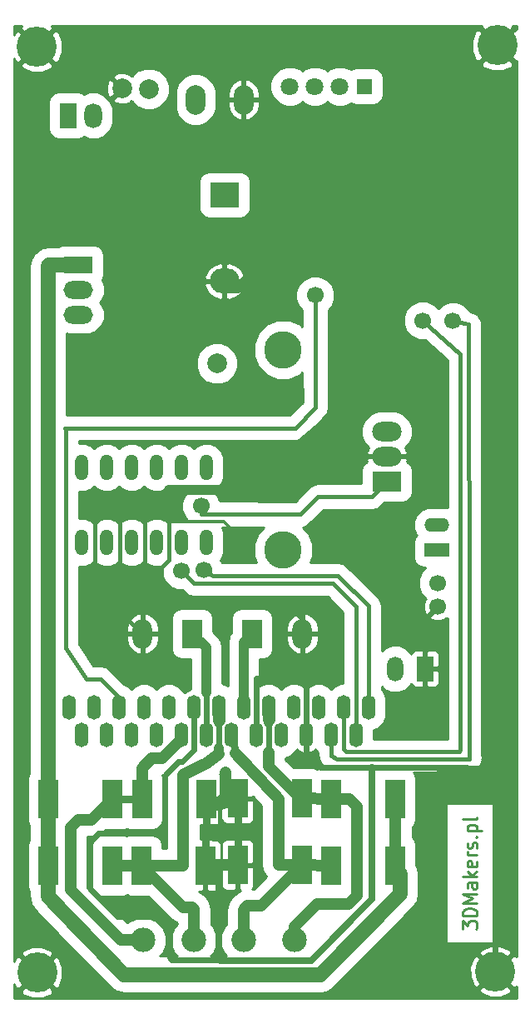
<source format=gtl>
G04 (created by PCBNEW-RS274X (2011-07-08 BZR 3044)-stable) date 2012-04-12 22:18:47*
G01*
G70*
G90*
%MOIN*%
G04 Gerber Fmt 3.4, Leading zero omitted, Abs format*
%FSLAX34Y34*%
G04 APERTURE LIST*
%ADD10C,0.006000*%
%ADD11C,0.009900*%
%ADD12R,0.118100X0.100000*%
%ADD13O,0.118100X0.100000*%
%ADD14C,0.150000*%
%ADD15O,0.098400X0.098400*%
%ADD16O,0.118100X0.078700*%
%ADD17R,0.118100X0.078700*%
%ADD18O,0.118100X0.070900*%
%ADD19R,0.118100X0.070900*%
%ADD20O,0.078700X0.118700*%
%ADD21R,0.078700X0.157500*%
%ADD22R,0.065000X0.100000*%
%ADD23O,0.065000X0.100000*%
%ADD24R,0.100000X0.055000*%
%ADD25O,0.100000X0.055000*%
%ADD26R,0.070900X0.100000*%
%ADD27O,0.070900X0.100000*%
%ADD28C,0.066900*%
%ADD29C,0.078700*%
%ADD30C,0.160000*%
%ADD31O,0.055100X0.098400*%
%ADD32R,0.078700X0.118100*%
%ADD33O,0.078700X0.118100*%
%ADD34O,0.052000X0.104000*%
%ADD35R,0.060000X0.060000*%
%ADD36C,0.070900*%
%ADD37C,0.051200*%
%ADD38C,0.039400*%
%ADD39C,0.023600*%
%ADD40C,0.047200*%
%ADD41C,0.019700*%
%ADD42C,0.031500*%
%ADD43C,0.015700*%
%ADD44C,0.011800*%
%ADD45C,0.027600*%
%ADD46C,0.059100*%
%ADD47C,0.010000*%
G04 APERTURE END LIST*
G54D10*
G54D11*
X27756Y-46452D02*
X27756Y-46135D01*
X27981Y-46306D01*
X27981Y-46232D01*
X28009Y-46184D01*
X28037Y-46159D01*
X28093Y-46135D01*
X28234Y-46135D01*
X28290Y-46159D01*
X28319Y-46184D01*
X28347Y-46232D01*
X28347Y-46379D01*
X28319Y-46427D01*
X28290Y-46452D01*
X28347Y-45915D02*
X27756Y-45915D01*
X27756Y-45793D01*
X27784Y-45720D01*
X27840Y-45671D01*
X27896Y-45647D01*
X28009Y-45623D01*
X28093Y-45623D01*
X28206Y-45647D01*
X28262Y-45671D01*
X28319Y-45720D01*
X28347Y-45793D01*
X28347Y-45915D01*
X28347Y-45403D02*
X27756Y-45403D01*
X28178Y-45232D01*
X27756Y-45062D01*
X28347Y-45062D01*
X28347Y-44599D02*
X28037Y-44599D01*
X27981Y-44623D01*
X27953Y-44672D01*
X27953Y-44769D01*
X27981Y-44818D01*
X28319Y-44599D02*
X28347Y-44647D01*
X28347Y-44769D01*
X28319Y-44818D01*
X28262Y-44842D01*
X28206Y-44842D01*
X28150Y-44818D01*
X28122Y-44769D01*
X28122Y-44647D01*
X28093Y-44599D01*
X28347Y-44355D02*
X27756Y-44355D01*
X28122Y-44306D02*
X28347Y-44160D01*
X27953Y-44160D02*
X28178Y-44355D01*
X28319Y-43746D02*
X28347Y-43795D01*
X28347Y-43892D01*
X28319Y-43941D01*
X28262Y-43965D01*
X28037Y-43965D01*
X27981Y-43941D01*
X27953Y-43892D01*
X27953Y-43795D01*
X27981Y-43746D01*
X28037Y-43722D01*
X28093Y-43722D01*
X28150Y-43965D01*
X28347Y-43502D02*
X27953Y-43502D01*
X28065Y-43502D02*
X28009Y-43478D01*
X27981Y-43453D01*
X27953Y-43405D01*
X27953Y-43356D01*
X28319Y-43209D02*
X28347Y-43161D01*
X28347Y-43063D01*
X28319Y-43014D01*
X28262Y-42990D01*
X28234Y-42990D01*
X28178Y-43014D01*
X28150Y-43063D01*
X28150Y-43136D01*
X28122Y-43185D01*
X28065Y-43209D01*
X28037Y-43209D01*
X27981Y-43185D01*
X27953Y-43136D01*
X27953Y-43063D01*
X27981Y-43014D01*
X28290Y-42771D02*
X28319Y-42747D01*
X28347Y-42771D01*
X28319Y-42795D01*
X28290Y-42771D01*
X28347Y-42771D01*
X27953Y-42527D02*
X28544Y-42527D01*
X27981Y-42527D02*
X27953Y-42478D01*
X27953Y-42381D01*
X27981Y-42332D01*
X28009Y-42308D01*
X28065Y-42283D01*
X28234Y-42283D01*
X28290Y-42308D01*
X28319Y-42332D01*
X28347Y-42381D01*
X28347Y-42478D01*
X28319Y-42527D01*
X28347Y-41991D02*
X28319Y-42040D01*
X28262Y-42064D01*
X27756Y-42064D01*
G54D12*
X18230Y-17084D03*
G54D13*
X18230Y-20534D03*
G54D14*
X20578Y-23280D03*
X20578Y-31280D03*
G54D15*
X21033Y-46890D03*
X18983Y-46890D03*
X17008Y-46890D03*
X14958Y-46890D03*
G54D16*
X24734Y-26546D03*
X24734Y-27546D03*
G54D17*
X24734Y-28546D03*
G54D18*
X12380Y-21880D03*
X12380Y-20880D03*
G54D19*
X12380Y-19880D03*
G54D20*
X17072Y-13276D03*
X18997Y-13276D03*
G54D21*
X22502Y-41250D03*
X25072Y-41250D03*
X18752Y-41220D03*
X21322Y-41220D03*
X22502Y-43906D03*
X25072Y-43906D03*
X18752Y-43890D03*
X21322Y-43890D03*
X13724Y-43920D03*
X11154Y-43920D03*
X17458Y-43906D03*
X14888Y-43906D03*
X13724Y-41266D03*
X11154Y-41266D03*
X17488Y-41250D03*
X14918Y-41250D03*
G54D22*
X26266Y-36038D03*
G54D23*
X25066Y-36038D03*
G54D24*
X26738Y-31280D03*
G54D25*
X26738Y-30280D03*
G54D26*
X11970Y-13910D03*
G54D27*
X12970Y-13910D03*
G54D28*
X26768Y-32612D03*
G54D29*
X15188Y-12840D03*
X14122Y-12826D03*
G54D28*
X26768Y-33556D03*
G54D30*
X10708Y-11146D03*
X29152Y-11100D03*
X29078Y-48150D03*
X10718Y-48196D03*
G54D31*
X12000Y-37573D03*
X12500Y-38687D03*
X13000Y-37573D03*
X13500Y-38687D03*
X14000Y-37573D03*
X14500Y-38687D03*
X15000Y-37573D03*
X15500Y-38687D03*
X16000Y-37573D03*
X16500Y-38687D03*
X17000Y-37573D03*
X17500Y-38687D03*
X18000Y-37573D03*
X18500Y-38687D03*
X19000Y-37573D03*
X19500Y-38687D03*
X20000Y-37573D03*
X20500Y-38687D03*
X21000Y-37573D03*
X21500Y-38687D03*
X22000Y-37573D03*
X22500Y-38687D03*
X23000Y-37573D03*
X23500Y-38687D03*
X24000Y-37573D03*
G54D32*
X16942Y-34636D03*
G54D33*
X14942Y-34636D03*
G54D32*
X19342Y-34636D03*
G54D33*
X21342Y-34636D03*
G54D34*
X12510Y-30990D03*
X13510Y-30990D03*
X14510Y-30990D03*
X15510Y-30990D03*
X16510Y-30990D03*
X17510Y-30990D03*
X17510Y-27990D03*
X16510Y-27990D03*
X15510Y-27990D03*
X14510Y-27990D03*
X13510Y-27990D03*
X12510Y-27990D03*
G54D29*
X17922Y-23828D03*
G54D35*
X23844Y-12740D03*
G54D36*
X22844Y-12740D03*
X21844Y-12740D03*
X20844Y-12740D03*
G54D28*
X26168Y-22110D03*
X21860Y-21100D03*
X19342Y-34636D03*
X18158Y-42600D03*
X16492Y-32116D03*
X27382Y-22134D03*
X17408Y-32100D03*
X17288Y-29528D03*
G54D37*
X18000Y-38074D02*
X18000Y-37730D01*
G54D38*
X18000Y-39426D02*
X18000Y-39220D01*
X18000Y-38186D02*
X18000Y-38074D01*
G54D39*
X18000Y-38186D02*
X18000Y-39220D01*
X18000Y-39426D02*
X18000Y-39460D01*
G54D40*
X16942Y-45570D02*
X16552Y-45570D01*
G54D41*
X16600Y-40480D02*
X16546Y-42646D01*
G54D40*
X17008Y-45636D02*
X16942Y-45570D01*
G54D42*
X16573Y-40477D02*
X16600Y-40480D01*
G54D41*
X17462Y-39838D02*
X17432Y-39854D01*
X17044Y-40110D02*
X16600Y-40480D01*
G54D40*
X17432Y-39854D02*
X17462Y-39838D01*
X16574Y-40300D02*
X17432Y-39854D01*
G54D41*
X18000Y-39460D02*
X17462Y-39838D01*
G54D40*
X16573Y-40477D02*
X16574Y-40300D01*
G54D42*
X16582Y-43906D02*
X16546Y-42646D01*
G54D40*
X14888Y-43906D02*
X13724Y-43920D01*
G54D41*
X17432Y-39854D02*
X17044Y-40110D01*
G54D40*
X16582Y-43906D02*
X16573Y-40477D01*
X17462Y-39838D02*
X18000Y-39460D01*
X14888Y-43906D02*
X16582Y-43906D01*
X17008Y-46890D02*
X17008Y-45636D01*
X16552Y-45570D02*
X14888Y-43906D01*
X15734Y-39620D02*
X16500Y-38854D01*
X14918Y-41250D02*
X14918Y-40016D01*
X12064Y-42390D02*
X12374Y-42080D01*
X15314Y-39620D02*
X15734Y-39620D01*
X14918Y-40016D02*
X15314Y-39620D01*
X14958Y-46890D02*
X14056Y-46890D01*
X12910Y-42080D02*
X13724Y-41266D01*
X12374Y-42080D02*
X12910Y-42080D01*
X16500Y-38854D02*
X16500Y-38530D01*
X12064Y-44898D02*
X12064Y-42390D01*
X14056Y-46890D02*
X12064Y-44898D01*
G54D42*
X13724Y-41266D02*
X14918Y-41250D01*
G54D37*
X20000Y-38066D02*
X20000Y-37730D01*
G54D38*
X20000Y-38066D02*
X20000Y-38176D01*
G54D40*
X21033Y-46339D02*
X21922Y-45450D01*
X23528Y-45120D02*
X23528Y-41550D01*
X23528Y-41550D02*
X23228Y-41250D01*
X21033Y-46890D02*
X21033Y-46339D01*
X23198Y-45450D02*
X23528Y-45120D01*
X21922Y-45450D02*
X23198Y-45450D01*
X23228Y-41250D02*
X22502Y-41250D01*
X21334Y-41294D02*
X21322Y-41220D01*
X20000Y-39380D02*
X20000Y-39960D01*
G54D39*
X20000Y-39380D02*
X20000Y-38176D01*
G54D40*
X20000Y-39960D02*
X21334Y-41294D01*
X22502Y-41250D02*
X21322Y-41220D01*
G54D39*
X20000Y-38176D02*
X20000Y-37730D01*
G54D40*
X19692Y-45520D02*
X21322Y-43890D01*
X18983Y-46890D02*
X18983Y-45679D01*
X19142Y-45520D02*
X19692Y-45520D01*
X18654Y-39420D02*
X20394Y-41260D01*
X20394Y-41260D02*
X20386Y-43892D01*
G54D42*
X18500Y-38530D02*
X18654Y-39420D01*
G54D40*
X21322Y-43890D02*
X22502Y-43906D01*
X20386Y-43892D02*
X21322Y-43890D01*
X18983Y-45679D02*
X19142Y-45520D01*
G54D43*
X23000Y-37730D02*
X23000Y-39246D01*
X27682Y-23444D02*
X26168Y-22110D01*
X27682Y-39302D02*
X27682Y-23444D01*
X27624Y-39360D02*
X27682Y-39302D01*
X23114Y-39360D02*
X27624Y-39360D01*
X23000Y-39246D02*
X23114Y-39360D01*
X21066Y-26406D02*
X21878Y-25590D01*
X21878Y-25590D02*
X21860Y-21100D01*
X11848Y-26406D02*
X21066Y-26406D01*
X12702Y-36450D02*
X11862Y-35226D01*
X14000Y-37188D02*
X13262Y-36450D01*
X11862Y-26442D02*
X11848Y-26406D01*
X11862Y-35226D02*
X11862Y-26442D01*
X13262Y-36450D02*
X12702Y-36450D01*
X14000Y-37730D02*
X14000Y-37188D01*
G54D39*
X17500Y-38530D02*
X17500Y-36976D01*
G54D38*
X17500Y-35194D02*
X16942Y-34636D01*
X17500Y-36976D02*
X17500Y-35194D01*
X19000Y-37730D02*
X19000Y-34978D01*
X19000Y-34978D02*
X19342Y-34636D01*
G54D44*
X16004Y-30160D02*
X18194Y-30160D01*
X18894Y-30860D02*
X18894Y-30910D01*
X18194Y-30160D02*
X18894Y-30860D01*
G54D43*
X15018Y-33414D02*
X15018Y-29146D01*
X15018Y-29146D02*
X15008Y-29136D01*
X15990Y-28884D02*
X16004Y-30160D01*
X16004Y-30160D02*
X16004Y-31690D01*
X15714Y-31980D02*
X15714Y-33442D01*
X16004Y-31690D02*
X15714Y-31980D01*
X21342Y-34636D02*
X21342Y-34046D01*
X21342Y-34046D02*
X20738Y-33442D01*
X20738Y-33442D02*
X15714Y-33442D01*
X14024Y-32420D02*
X14024Y-29214D01*
X15046Y-33442D02*
X15018Y-33414D01*
X15018Y-33414D02*
X14024Y-32420D01*
X15714Y-33442D02*
X15046Y-33442D01*
G54D38*
X18230Y-20834D02*
X18760Y-20834D01*
X18760Y-20834D02*
X20232Y-19362D01*
X20232Y-19362D02*
X21882Y-19362D01*
X21882Y-19362D02*
X22702Y-19854D01*
G54D43*
X22702Y-19854D02*
X22702Y-25860D01*
G54D38*
X22702Y-25860D02*
X19112Y-28884D01*
X19112Y-28884D02*
X15990Y-28884D01*
G54D43*
X15990Y-28884D02*
X15008Y-29136D01*
X15008Y-29136D02*
X14102Y-29136D01*
X14102Y-29136D02*
X14024Y-29214D01*
X13028Y-32722D02*
X14942Y-34636D01*
X14024Y-29214D02*
X13028Y-30210D01*
X13028Y-30210D02*
X13028Y-32722D01*
G54D39*
X24148Y-39998D02*
X26906Y-40000D01*
X26906Y-40000D02*
X29078Y-40006D01*
X29078Y-40006D02*
X29078Y-48150D01*
X17000Y-37730D02*
X17000Y-39302D01*
X16030Y-47588D02*
X16116Y-47674D01*
X16030Y-46466D02*
X16030Y-47588D01*
X15502Y-45938D02*
X16030Y-46466D01*
X13940Y-45938D02*
X15502Y-45938D01*
X12796Y-44794D02*
X13940Y-45938D01*
X12796Y-43012D02*
X12796Y-44794D01*
X13178Y-42630D02*
X12796Y-43012D01*
X15608Y-42630D02*
X13178Y-42630D01*
X15832Y-42406D02*
X15608Y-42630D01*
X15832Y-40306D02*
X15832Y-42406D01*
X16372Y-39766D02*
X15832Y-40306D01*
X16536Y-39766D02*
X16372Y-39766D01*
X17000Y-39302D02*
X16536Y-39766D01*
G54D45*
X18008Y-43899D02*
X18008Y-47674D01*
X24148Y-45266D02*
X24148Y-39998D01*
X24148Y-39998D02*
X24148Y-39984D01*
X18008Y-47674D02*
X18064Y-47730D01*
X18064Y-47730D02*
X21684Y-47730D01*
X21684Y-47730D02*
X24148Y-45266D01*
G54D43*
X18049Y-41401D02*
X18049Y-42919D01*
X18049Y-42919D02*
X18158Y-42600D01*
G54D40*
X18260Y-41190D02*
X18049Y-41401D01*
X18049Y-41401D02*
X17950Y-41500D01*
G54D39*
X19500Y-36420D02*
X21470Y-36420D01*
X19500Y-36420D02*
X19500Y-38530D01*
X21500Y-36450D02*
X21500Y-38530D01*
X21470Y-36420D02*
X21500Y-36450D01*
G54D42*
X18752Y-43890D02*
X18752Y-41220D01*
G54D40*
X18752Y-41220D02*
X17950Y-41500D01*
G54D39*
X16116Y-47674D02*
X18008Y-47674D01*
G54D42*
X17488Y-41250D02*
X17458Y-43906D01*
G54D40*
X17458Y-43906D02*
X18008Y-43899D01*
X18008Y-43899D02*
X18752Y-43890D01*
X17950Y-41500D02*
X17488Y-41250D01*
G54D39*
X21500Y-38530D02*
X21500Y-39808D01*
X21500Y-39808D02*
X22092Y-39984D01*
X22092Y-39984D02*
X24148Y-39984D01*
G54D40*
X18260Y-40190D02*
X18260Y-41190D01*
G54D43*
X17004Y-32628D02*
X22566Y-32628D01*
X22566Y-32628D02*
X23500Y-33562D01*
X16492Y-32116D02*
X17004Y-32628D01*
X23500Y-33562D02*
X23500Y-38530D01*
X22500Y-38530D02*
X22500Y-39516D01*
X22500Y-39516D02*
X22718Y-39650D01*
X28028Y-39646D02*
X28026Y-39390D01*
X28026Y-39390D02*
X28024Y-34679D01*
X28024Y-34679D02*
X28014Y-22262D01*
X24874Y-39650D02*
X27638Y-39646D01*
X27638Y-39646D02*
X28028Y-39646D01*
X22718Y-39650D02*
X24874Y-39650D01*
X28014Y-22262D02*
X27382Y-22134D01*
X17764Y-32310D02*
X22778Y-32310D01*
X24000Y-33532D02*
X24000Y-37730D01*
X17408Y-32100D02*
X17764Y-32310D01*
X22778Y-32310D02*
X24000Y-33532D01*
X21268Y-29866D02*
X17288Y-29850D01*
X17288Y-29850D02*
X17288Y-29528D01*
X22808Y-29156D02*
X21978Y-29156D01*
X24124Y-29156D02*
X24734Y-28546D01*
X22808Y-29156D02*
X24124Y-29156D01*
X21978Y-29156D02*
X21268Y-29866D01*
G54D46*
X11154Y-41266D02*
X11166Y-19922D01*
X11208Y-19880D02*
X12380Y-19880D01*
X11166Y-19922D02*
X11208Y-19880D01*
X11154Y-43920D02*
X11154Y-41266D01*
X25268Y-44266D02*
X25267Y-45037D01*
X11810Y-45830D02*
X11154Y-45160D01*
X14198Y-48270D02*
X11810Y-45830D01*
X22080Y-48270D02*
X14198Y-48270D01*
X11154Y-45160D02*
X11154Y-43920D01*
X25267Y-45037D02*
X22080Y-48270D01*
G54D40*
X25072Y-43906D02*
X25268Y-44266D01*
X25072Y-41250D02*
X25072Y-43906D01*
G54D10*
G36*
X15902Y-43226D02*
X15724Y-43226D01*
X15724Y-43031D01*
X15657Y-42868D01*
X15532Y-42744D01*
X15369Y-42676D01*
X15193Y-42676D01*
X14407Y-42676D01*
X14288Y-42724D01*
X14205Y-42690D01*
X14029Y-42690D01*
X13243Y-42690D01*
X13080Y-42757D01*
X12956Y-42882D01*
X12888Y-43045D01*
X12888Y-43221D01*
X12888Y-44760D01*
X12744Y-44616D01*
X12744Y-42760D01*
X12910Y-42760D01*
X13170Y-42708D01*
X13391Y-42561D01*
X13456Y-42496D01*
X14205Y-42496D01*
X14341Y-42440D01*
X14437Y-42480D01*
X14613Y-42480D01*
X15399Y-42480D01*
X15562Y-42413D01*
X15686Y-42288D01*
X15754Y-42125D01*
X15754Y-41949D01*
X15754Y-40375D01*
X15723Y-40300D01*
X15734Y-40300D01*
X15899Y-40266D01*
X15894Y-40296D01*
X15893Y-40473D01*
X15893Y-40476D01*
X15893Y-40479D01*
X15902Y-43226D01*
X15902Y-43226D01*
G37*
G54D47*
X15902Y-43226D02*
X15724Y-43226D01*
X15724Y-43031D01*
X15657Y-42868D01*
X15532Y-42744D01*
X15369Y-42676D01*
X15193Y-42676D01*
X14407Y-42676D01*
X14288Y-42724D01*
X14205Y-42690D01*
X14029Y-42690D01*
X13243Y-42690D01*
X13080Y-42757D01*
X12956Y-42882D01*
X12888Y-43045D01*
X12888Y-43221D01*
X12888Y-44760D01*
X12744Y-44616D01*
X12744Y-42760D01*
X12910Y-42760D01*
X13170Y-42708D01*
X13391Y-42561D01*
X13456Y-42496D01*
X14205Y-42496D01*
X14341Y-42440D01*
X14437Y-42480D01*
X14613Y-42480D01*
X15399Y-42480D01*
X15562Y-42413D01*
X15686Y-42288D01*
X15754Y-42125D01*
X15754Y-41949D01*
X15754Y-40375D01*
X15723Y-40300D01*
X15734Y-40300D01*
X15899Y-40266D01*
X15894Y-40296D01*
X15893Y-40473D01*
X15893Y-40476D01*
X15893Y-40479D01*
X15902Y-43226D01*
G54D10*
G36*
X16333Y-47531D02*
X15632Y-47531D01*
X15754Y-47410D01*
X15894Y-47073D01*
X15894Y-46708D01*
X15754Y-46371D01*
X15496Y-46112D01*
X15159Y-45972D01*
X14794Y-45972D01*
X14758Y-45972D01*
X14421Y-46112D01*
X14330Y-46202D01*
X13278Y-45150D01*
X13419Y-45150D01*
X14205Y-45150D01*
X14323Y-45101D01*
X14407Y-45136D01*
X14583Y-45136D01*
X15156Y-45136D01*
X16071Y-46051D01*
X16292Y-46198D01*
X16328Y-46205D01*
X16328Y-46254D01*
X16212Y-46370D01*
X16072Y-46707D01*
X16072Y-47072D01*
X16212Y-47409D01*
X16333Y-47531D01*
X16333Y-47531D01*
G37*
G54D47*
X16333Y-47531D02*
X15632Y-47531D01*
X15754Y-47410D01*
X15894Y-47073D01*
X15894Y-46708D01*
X15754Y-46371D01*
X15496Y-46112D01*
X15159Y-45972D01*
X14794Y-45972D01*
X14758Y-45972D01*
X14421Y-46112D01*
X14330Y-46202D01*
X13278Y-45150D01*
X13419Y-45150D01*
X14205Y-45150D01*
X14323Y-45101D01*
X14407Y-45136D01*
X14583Y-45136D01*
X15156Y-45136D01*
X16071Y-46051D01*
X16292Y-46198D01*
X16328Y-46205D01*
X16328Y-46254D01*
X16212Y-46370D01*
X16072Y-46707D01*
X16072Y-47072D01*
X16212Y-47409D01*
X16333Y-47531D01*
G54D10*
G36*
X16834Y-28881D02*
X16629Y-29087D01*
X16510Y-29373D01*
X16510Y-29682D01*
X16628Y-29968D01*
X16704Y-30044D01*
X16648Y-30021D01*
X16373Y-30021D01*
X16119Y-30126D01*
X16010Y-30235D01*
X15902Y-30127D01*
X15648Y-30021D01*
X15373Y-30021D01*
X15119Y-30126D01*
X15010Y-30235D01*
X14902Y-30127D01*
X14648Y-30021D01*
X14373Y-30021D01*
X14119Y-30126D01*
X14010Y-30235D01*
X13902Y-30127D01*
X13648Y-30021D01*
X13373Y-30021D01*
X13119Y-30126D01*
X13010Y-30235D01*
X12902Y-30127D01*
X12648Y-30021D01*
X12384Y-30021D01*
X12384Y-28959D01*
X12647Y-28959D01*
X12901Y-28854D01*
X13010Y-28745D01*
X13118Y-28853D01*
X13372Y-28959D01*
X13647Y-28959D01*
X13901Y-28854D01*
X14010Y-28745D01*
X14118Y-28853D01*
X14372Y-28959D01*
X14647Y-28959D01*
X14901Y-28854D01*
X15010Y-28745D01*
X15118Y-28853D01*
X15372Y-28959D01*
X15647Y-28959D01*
X15901Y-28854D01*
X16010Y-28745D01*
X16118Y-28853D01*
X16372Y-28959D01*
X16647Y-28959D01*
X16834Y-28881D01*
X16834Y-28881D01*
G37*
G54D47*
X16834Y-28881D02*
X16629Y-29087D01*
X16510Y-29373D01*
X16510Y-29682D01*
X16628Y-29968D01*
X16704Y-30044D01*
X16648Y-30021D01*
X16373Y-30021D01*
X16119Y-30126D01*
X16010Y-30235D01*
X15902Y-30127D01*
X15648Y-30021D01*
X15373Y-30021D01*
X15119Y-30126D01*
X15010Y-30235D01*
X14902Y-30127D01*
X14648Y-30021D01*
X14373Y-30021D01*
X14119Y-30126D01*
X14010Y-30235D01*
X13902Y-30127D01*
X13648Y-30021D01*
X13373Y-30021D01*
X13119Y-30126D01*
X13010Y-30235D01*
X12902Y-30127D01*
X12648Y-30021D01*
X12384Y-30021D01*
X12384Y-28959D01*
X12647Y-28959D01*
X12901Y-28854D01*
X13010Y-28745D01*
X13118Y-28853D01*
X13372Y-28959D01*
X13647Y-28959D01*
X13901Y-28854D01*
X14010Y-28745D01*
X14118Y-28853D01*
X14372Y-28959D01*
X14647Y-28959D01*
X14901Y-28854D01*
X15010Y-28745D01*
X15118Y-28853D01*
X15372Y-28959D01*
X15647Y-28959D01*
X15901Y-28854D01*
X16010Y-28745D01*
X16118Y-28853D01*
X16372Y-28959D01*
X16647Y-28959D01*
X16834Y-28881D01*
G54D10*
G36*
X18440Y-40183D02*
X18310Y-40184D01*
X18218Y-40222D01*
X18148Y-40292D01*
X18113Y-40374D01*
X18092Y-40322D01*
X18035Y-40265D01*
X18326Y-40062D01*
X18440Y-40183D01*
X18440Y-40183D01*
G37*
G54D47*
X18440Y-40183D02*
X18310Y-40184D01*
X18218Y-40222D01*
X18148Y-40292D01*
X18113Y-40374D01*
X18092Y-40322D01*
X18035Y-40265D01*
X18326Y-40062D01*
X18440Y-40183D01*
G54D10*
G36*
X19789Y-30380D02*
X19567Y-30603D01*
X19385Y-31041D01*
X19384Y-31516D01*
X19496Y-31788D01*
X18120Y-31788D01*
X18075Y-31679D01*
X18095Y-31660D01*
X18201Y-31406D01*
X18201Y-31131D01*
X18201Y-30575D01*
X18118Y-30374D01*
X19789Y-30380D01*
X19789Y-30380D01*
G37*
G54D47*
X19789Y-30380D02*
X19567Y-30603D01*
X19385Y-31041D01*
X19384Y-31516D01*
X19496Y-31788D01*
X18120Y-31788D01*
X18075Y-31679D01*
X18095Y-31660D01*
X18201Y-31406D01*
X18201Y-31131D01*
X18201Y-30575D01*
X18118Y-30374D01*
X19789Y-30380D01*
G54D10*
G36*
X19893Y-44356D02*
X19410Y-44840D01*
X19334Y-44840D01*
X19356Y-44818D01*
X19394Y-44727D01*
X19394Y-44628D01*
X19395Y-44002D01*
X19395Y-43778D01*
X19395Y-41332D01*
X19333Y-41270D01*
X18802Y-41270D01*
X18802Y-42195D01*
X18864Y-42257D01*
X19194Y-42256D01*
X19286Y-42218D01*
X19356Y-42148D01*
X19394Y-42057D01*
X19394Y-41958D01*
X19395Y-41332D01*
X19395Y-43778D01*
X19394Y-43152D01*
X19394Y-43053D01*
X19356Y-42962D01*
X19286Y-42892D01*
X19194Y-42854D01*
X18864Y-42853D01*
X18802Y-42915D01*
X18802Y-43840D01*
X19333Y-43840D01*
X19395Y-43778D01*
X19395Y-44002D01*
X19333Y-43940D01*
X18802Y-43940D01*
X18802Y-44865D01*
X18850Y-44913D01*
X18702Y-45011D01*
X18702Y-44865D01*
X18702Y-43940D01*
X18702Y-43840D01*
X18702Y-42915D01*
X18702Y-42195D01*
X18702Y-41270D01*
X18171Y-41270D01*
X18109Y-41332D01*
X18109Y-41340D01*
X18069Y-41300D01*
X17538Y-41300D01*
X17538Y-42225D01*
X17600Y-42287D01*
X17930Y-42286D01*
X18022Y-42248D01*
X18092Y-42178D01*
X18126Y-42095D01*
X18148Y-42148D01*
X18218Y-42218D01*
X18310Y-42256D01*
X18640Y-42257D01*
X18702Y-42195D01*
X18702Y-42915D01*
X18640Y-42853D01*
X18310Y-42854D01*
X18218Y-42892D01*
X18148Y-42962D01*
X18110Y-43053D01*
X18110Y-43152D01*
X18109Y-43778D01*
X18171Y-43840D01*
X18702Y-43840D01*
X18702Y-43940D01*
X18171Y-43940D01*
X18109Y-44002D01*
X18110Y-44628D01*
X18110Y-44727D01*
X18148Y-44818D01*
X18218Y-44888D01*
X18310Y-44926D01*
X18640Y-44927D01*
X18702Y-44865D01*
X18702Y-45011D01*
X18661Y-45039D01*
X18659Y-45041D01*
X18502Y-45198D01*
X18355Y-45419D01*
X18303Y-45679D01*
X18303Y-46254D01*
X18187Y-46370D01*
X18101Y-46577D01*
X18101Y-44018D01*
X18101Y-43794D01*
X18100Y-43168D01*
X18100Y-43069D01*
X18062Y-42978D01*
X17992Y-42908D01*
X17900Y-42870D01*
X17570Y-42869D01*
X17508Y-42931D01*
X17508Y-43856D01*
X18039Y-43856D01*
X18101Y-43794D01*
X18101Y-44018D01*
X18039Y-43956D01*
X17508Y-43956D01*
X17508Y-44881D01*
X17570Y-44943D01*
X17900Y-44942D01*
X17992Y-44904D01*
X18062Y-44834D01*
X18100Y-44743D01*
X18100Y-44644D01*
X18101Y-44018D01*
X18101Y-46577D01*
X18047Y-46707D01*
X18047Y-47072D01*
X18187Y-47409D01*
X18308Y-47531D01*
X17682Y-47531D01*
X17804Y-47410D01*
X17944Y-47073D01*
X17944Y-46708D01*
X17804Y-46371D01*
X17688Y-46254D01*
X17688Y-45636D01*
X17636Y-45376D01*
X17489Y-45155D01*
X17423Y-45089D01*
X17202Y-44942D01*
X17346Y-44943D01*
X17408Y-44881D01*
X17408Y-44006D01*
X17408Y-43956D01*
X17408Y-43856D01*
X17408Y-43806D01*
X17408Y-42931D01*
X17346Y-42869D01*
X17261Y-42869D01*
X17259Y-42286D01*
X17376Y-42287D01*
X17438Y-42225D01*
X17438Y-41350D01*
X17438Y-41300D01*
X17438Y-41200D01*
X17538Y-41200D01*
X17588Y-41200D01*
X18069Y-41200D01*
X18131Y-41138D01*
X18130Y-41129D01*
X18171Y-41170D01*
X18652Y-41170D01*
X18702Y-41170D01*
X18802Y-41170D01*
X18852Y-41170D01*
X19333Y-41170D01*
X19353Y-41149D01*
X19714Y-41530D01*
X19706Y-43890D01*
X19706Y-43891D01*
X19706Y-43893D01*
X19736Y-44046D01*
X19757Y-44150D01*
X19758Y-44153D01*
X19830Y-44261D01*
X19893Y-44356D01*
X19893Y-44356D01*
G37*
G54D47*
X19893Y-44356D02*
X19410Y-44840D01*
X19334Y-44840D01*
X19356Y-44818D01*
X19394Y-44727D01*
X19394Y-44628D01*
X19395Y-44002D01*
X19395Y-43778D01*
X19395Y-41332D01*
X19333Y-41270D01*
X18802Y-41270D01*
X18802Y-42195D01*
X18864Y-42257D01*
X19194Y-42256D01*
X19286Y-42218D01*
X19356Y-42148D01*
X19394Y-42057D01*
X19394Y-41958D01*
X19395Y-41332D01*
X19395Y-43778D01*
X19394Y-43152D01*
X19394Y-43053D01*
X19356Y-42962D01*
X19286Y-42892D01*
X19194Y-42854D01*
X18864Y-42853D01*
X18802Y-42915D01*
X18802Y-43840D01*
X19333Y-43840D01*
X19395Y-43778D01*
X19395Y-44002D01*
X19333Y-43940D01*
X18802Y-43940D01*
X18802Y-44865D01*
X18850Y-44913D01*
X18702Y-45011D01*
X18702Y-44865D01*
X18702Y-43940D01*
X18702Y-43840D01*
X18702Y-42915D01*
X18702Y-42195D01*
X18702Y-41270D01*
X18171Y-41270D01*
X18109Y-41332D01*
X18109Y-41340D01*
X18069Y-41300D01*
X17538Y-41300D01*
X17538Y-42225D01*
X17600Y-42287D01*
X17930Y-42286D01*
X18022Y-42248D01*
X18092Y-42178D01*
X18126Y-42095D01*
X18148Y-42148D01*
X18218Y-42218D01*
X18310Y-42256D01*
X18640Y-42257D01*
X18702Y-42195D01*
X18702Y-42915D01*
X18640Y-42853D01*
X18310Y-42854D01*
X18218Y-42892D01*
X18148Y-42962D01*
X18110Y-43053D01*
X18110Y-43152D01*
X18109Y-43778D01*
X18171Y-43840D01*
X18702Y-43840D01*
X18702Y-43940D01*
X18171Y-43940D01*
X18109Y-44002D01*
X18110Y-44628D01*
X18110Y-44727D01*
X18148Y-44818D01*
X18218Y-44888D01*
X18310Y-44926D01*
X18640Y-44927D01*
X18702Y-44865D01*
X18702Y-45011D01*
X18661Y-45039D01*
X18659Y-45041D01*
X18502Y-45198D01*
X18355Y-45419D01*
X18303Y-45679D01*
X18303Y-46254D01*
X18187Y-46370D01*
X18101Y-46577D01*
X18101Y-44018D01*
X18101Y-43794D01*
X18100Y-43168D01*
X18100Y-43069D01*
X18062Y-42978D01*
X17992Y-42908D01*
X17900Y-42870D01*
X17570Y-42869D01*
X17508Y-42931D01*
X17508Y-43856D01*
X18039Y-43856D01*
X18101Y-43794D01*
X18101Y-44018D01*
X18039Y-43956D01*
X17508Y-43956D01*
X17508Y-44881D01*
X17570Y-44943D01*
X17900Y-44942D01*
X17992Y-44904D01*
X18062Y-44834D01*
X18100Y-44743D01*
X18100Y-44644D01*
X18101Y-44018D01*
X18101Y-46577D01*
X18047Y-46707D01*
X18047Y-47072D01*
X18187Y-47409D01*
X18308Y-47531D01*
X17682Y-47531D01*
X17804Y-47410D01*
X17944Y-47073D01*
X17944Y-46708D01*
X17804Y-46371D01*
X17688Y-46254D01*
X17688Y-45636D01*
X17636Y-45376D01*
X17489Y-45155D01*
X17423Y-45089D01*
X17202Y-44942D01*
X17346Y-44943D01*
X17408Y-44881D01*
X17408Y-44006D01*
X17408Y-43956D01*
X17408Y-43856D01*
X17408Y-43806D01*
X17408Y-42931D01*
X17346Y-42869D01*
X17261Y-42869D01*
X17259Y-42286D01*
X17376Y-42287D01*
X17438Y-42225D01*
X17438Y-41350D01*
X17438Y-41300D01*
X17438Y-41200D01*
X17538Y-41200D01*
X17588Y-41200D01*
X18069Y-41200D01*
X18131Y-41138D01*
X18130Y-41129D01*
X18171Y-41170D01*
X18652Y-41170D01*
X18702Y-41170D01*
X18802Y-41170D01*
X18852Y-41170D01*
X19333Y-41170D01*
X19353Y-41149D01*
X19714Y-41530D01*
X19706Y-43890D01*
X19706Y-43891D01*
X19706Y-43893D01*
X19736Y-44046D01*
X19757Y-44150D01*
X19758Y-44153D01*
X19830Y-44261D01*
X19893Y-44356D01*
G54D10*
G36*
X22322Y-40020D02*
X22021Y-40020D01*
X21947Y-40050D01*
X21803Y-39990D01*
X21627Y-39990D01*
X20991Y-39990D01*
X20680Y-39678D01*
X20680Y-39610D01*
X20899Y-39520D01*
X21098Y-39322D01*
X21123Y-39261D01*
X21169Y-39316D01*
X21352Y-39411D01*
X21369Y-39412D01*
X21450Y-39364D01*
X21450Y-38787D01*
X21450Y-38737D01*
X21450Y-38637D01*
X21550Y-38637D01*
X21550Y-38737D01*
X21550Y-38787D01*
X21550Y-39364D01*
X21631Y-39412D01*
X21648Y-39411D01*
X21831Y-39316D01*
X21877Y-39260D01*
X21902Y-39321D01*
X21978Y-39397D01*
X21978Y-39516D01*
X21989Y-39575D01*
X21992Y-39637D01*
X22010Y-39676D01*
X22018Y-39716D01*
X22050Y-39765D01*
X22077Y-39822D01*
X22108Y-39851D01*
X22131Y-39885D01*
X22178Y-39916D01*
X22226Y-39961D01*
X22322Y-40020D01*
X22322Y-40020D01*
G37*
G54D47*
X22322Y-40020D02*
X22021Y-40020D01*
X21947Y-40050D01*
X21803Y-39990D01*
X21627Y-39990D01*
X20991Y-39990D01*
X20680Y-39678D01*
X20680Y-39610D01*
X20899Y-39520D01*
X21098Y-39322D01*
X21123Y-39261D01*
X21169Y-39316D01*
X21352Y-39411D01*
X21369Y-39412D01*
X21450Y-39364D01*
X21450Y-38787D01*
X21450Y-38737D01*
X21450Y-38637D01*
X21550Y-38637D01*
X21550Y-38737D01*
X21550Y-38787D01*
X21550Y-39364D01*
X21631Y-39412D01*
X21648Y-39411D01*
X21831Y-39316D01*
X21877Y-39260D01*
X21902Y-39321D01*
X21978Y-39397D01*
X21978Y-39516D01*
X21989Y-39575D01*
X21992Y-39637D01*
X22010Y-39676D01*
X22018Y-39716D01*
X22050Y-39765D01*
X22077Y-39822D01*
X22108Y-39851D01*
X22131Y-39885D01*
X22178Y-39916D01*
X22226Y-39961D01*
X22322Y-40020D01*
G54D10*
G36*
X22978Y-36633D02*
X22860Y-36633D01*
X22601Y-36740D01*
X22499Y-36840D01*
X22400Y-36740D01*
X22140Y-36633D01*
X21985Y-36633D01*
X21985Y-34881D01*
X21985Y-34686D01*
X21985Y-34586D01*
X21985Y-34391D01*
X21918Y-34149D01*
X21763Y-33951D01*
X21544Y-33827D01*
X21492Y-33814D01*
X21392Y-33861D01*
X21392Y-34586D01*
X21985Y-34586D01*
X21985Y-34686D01*
X21392Y-34686D01*
X21392Y-35411D01*
X21492Y-35458D01*
X21544Y-35445D01*
X21763Y-35321D01*
X21918Y-35123D01*
X21985Y-34881D01*
X21985Y-36633D01*
X21860Y-36633D01*
X21601Y-36740D01*
X21499Y-36840D01*
X21400Y-36740D01*
X21292Y-36695D01*
X21292Y-35411D01*
X21292Y-34686D01*
X21292Y-34586D01*
X21292Y-33861D01*
X21192Y-33814D01*
X21140Y-33827D01*
X20921Y-33951D01*
X20766Y-34149D01*
X20699Y-34391D01*
X20699Y-34586D01*
X21292Y-34586D01*
X21292Y-34686D01*
X20699Y-34686D01*
X20699Y-34881D01*
X20766Y-35123D01*
X20921Y-35321D01*
X21140Y-35445D01*
X21192Y-35458D01*
X21292Y-35411D01*
X21292Y-36695D01*
X21140Y-36633D01*
X20860Y-36633D01*
X20601Y-36740D01*
X20499Y-36840D01*
X20400Y-36740D01*
X20140Y-36633D01*
X19860Y-36633D01*
X19641Y-36723D01*
X19641Y-35669D01*
X19823Y-35669D01*
X19986Y-35602D01*
X20110Y-35477D01*
X20178Y-35314D01*
X20178Y-35138D01*
X20178Y-33958D01*
X20111Y-33795D01*
X19986Y-33671D01*
X19823Y-33603D01*
X19647Y-33603D01*
X18861Y-33603D01*
X18698Y-33670D01*
X18574Y-33795D01*
X18506Y-33958D01*
X18506Y-34134D01*
X18506Y-34586D01*
X18408Y-34733D01*
X18359Y-34978D01*
X18359Y-36723D01*
X18141Y-36633D01*
X18141Y-35194D01*
X18092Y-34949D01*
X17953Y-34741D01*
X17778Y-34566D01*
X17778Y-33958D01*
X17711Y-33795D01*
X17586Y-33671D01*
X17423Y-33603D01*
X17247Y-33603D01*
X16461Y-33603D01*
X16298Y-33670D01*
X16174Y-33795D01*
X16106Y-33958D01*
X16106Y-34134D01*
X16106Y-35314D01*
X16173Y-35477D01*
X16298Y-35601D01*
X16461Y-35669D01*
X16637Y-35669D01*
X16859Y-35669D01*
X16859Y-36848D01*
X16852Y-36849D01*
X16669Y-36944D01*
X16622Y-36999D01*
X16598Y-36939D01*
X16400Y-36740D01*
X16140Y-36633D01*
X15860Y-36633D01*
X15601Y-36740D01*
X15585Y-36755D01*
X15585Y-34881D01*
X15585Y-34686D01*
X15585Y-34586D01*
X15585Y-34391D01*
X15518Y-34149D01*
X15363Y-33951D01*
X15144Y-33827D01*
X15092Y-33814D01*
X14992Y-33861D01*
X14992Y-34586D01*
X15585Y-34586D01*
X15585Y-34686D01*
X14992Y-34686D01*
X14992Y-35411D01*
X15092Y-35458D01*
X15144Y-35445D01*
X15363Y-35321D01*
X15518Y-35123D01*
X15585Y-34881D01*
X15585Y-36755D01*
X15499Y-36840D01*
X15400Y-36740D01*
X15140Y-36633D01*
X14892Y-36633D01*
X14892Y-35411D01*
X14892Y-34686D01*
X14892Y-34586D01*
X14892Y-33861D01*
X14792Y-33814D01*
X14740Y-33827D01*
X14521Y-33951D01*
X14366Y-34149D01*
X14299Y-34391D01*
X14299Y-34586D01*
X14892Y-34586D01*
X14892Y-34686D01*
X14299Y-34686D01*
X14299Y-34881D01*
X14366Y-35123D01*
X14521Y-35321D01*
X14740Y-35445D01*
X14792Y-35458D01*
X14892Y-35411D01*
X14892Y-36633D01*
X14860Y-36633D01*
X14601Y-36740D01*
X14499Y-36840D01*
X14400Y-36740D01*
X14214Y-36663D01*
X13631Y-36081D01*
X13462Y-35968D01*
X13262Y-35928D01*
X12978Y-35928D01*
X12384Y-35063D01*
X12384Y-31959D01*
X12647Y-31959D01*
X12901Y-31854D01*
X13010Y-31745D01*
X13118Y-31853D01*
X13372Y-31959D01*
X13647Y-31959D01*
X13901Y-31854D01*
X14010Y-31745D01*
X14118Y-31853D01*
X14372Y-31959D01*
X14647Y-31959D01*
X14901Y-31854D01*
X15010Y-31745D01*
X15118Y-31853D01*
X15372Y-31959D01*
X15647Y-31959D01*
X15728Y-31925D01*
X15714Y-31961D01*
X15714Y-32270D01*
X15832Y-32556D01*
X16051Y-32775D01*
X16337Y-32894D01*
X16532Y-32894D01*
X16635Y-32997D01*
X16804Y-33110D01*
X16805Y-33110D01*
X17004Y-33150D01*
X22350Y-33150D01*
X22978Y-33778D01*
X22978Y-36633D01*
X22978Y-36633D01*
G37*
G54D47*
X22978Y-36633D02*
X22860Y-36633D01*
X22601Y-36740D01*
X22499Y-36840D01*
X22400Y-36740D01*
X22140Y-36633D01*
X21985Y-36633D01*
X21985Y-34881D01*
X21985Y-34686D01*
X21985Y-34586D01*
X21985Y-34391D01*
X21918Y-34149D01*
X21763Y-33951D01*
X21544Y-33827D01*
X21492Y-33814D01*
X21392Y-33861D01*
X21392Y-34586D01*
X21985Y-34586D01*
X21985Y-34686D01*
X21392Y-34686D01*
X21392Y-35411D01*
X21492Y-35458D01*
X21544Y-35445D01*
X21763Y-35321D01*
X21918Y-35123D01*
X21985Y-34881D01*
X21985Y-36633D01*
X21860Y-36633D01*
X21601Y-36740D01*
X21499Y-36840D01*
X21400Y-36740D01*
X21292Y-36695D01*
X21292Y-35411D01*
X21292Y-34686D01*
X21292Y-34586D01*
X21292Y-33861D01*
X21192Y-33814D01*
X21140Y-33827D01*
X20921Y-33951D01*
X20766Y-34149D01*
X20699Y-34391D01*
X20699Y-34586D01*
X21292Y-34586D01*
X21292Y-34686D01*
X20699Y-34686D01*
X20699Y-34881D01*
X20766Y-35123D01*
X20921Y-35321D01*
X21140Y-35445D01*
X21192Y-35458D01*
X21292Y-35411D01*
X21292Y-36695D01*
X21140Y-36633D01*
X20860Y-36633D01*
X20601Y-36740D01*
X20499Y-36840D01*
X20400Y-36740D01*
X20140Y-36633D01*
X19860Y-36633D01*
X19641Y-36723D01*
X19641Y-35669D01*
X19823Y-35669D01*
X19986Y-35602D01*
X20110Y-35477D01*
X20178Y-35314D01*
X20178Y-35138D01*
X20178Y-33958D01*
X20111Y-33795D01*
X19986Y-33671D01*
X19823Y-33603D01*
X19647Y-33603D01*
X18861Y-33603D01*
X18698Y-33670D01*
X18574Y-33795D01*
X18506Y-33958D01*
X18506Y-34134D01*
X18506Y-34586D01*
X18408Y-34733D01*
X18359Y-34978D01*
X18359Y-36723D01*
X18141Y-36633D01*
X18141Y-35194D01*
X18092Y-34949D01*
X17953Y-34741D01*
X17778Y-34566D01*
X17778Y-33958D01*
X17711Y-33795D01*
X17586Y-33671D01*
X17423Y-33603D01*
X17247Y-33603D01*
X16461Y-33603D01*
X16298Y-33670D01*
X16174Y-33795D01*
X16106Y-33958D01*
X16106Y-34134D01*
X16106Y-35314D01*
X16173Y-35477D01*
X16298Y-35601D01*
X16461Y-35669D01*
X16637Y-35669D01*
X16859Y-35669D01*
X16859Y-36848D01*
X16852Y-36849D01*
X16669Y-36944D01*
X16622Y-36999D01*
X16598Y-36939D01*
X16400Y-36740D01*
X16140Y-36633D01*
X15860Y-36633D01*
X15601Y-36740D01*
X15585Y-36755D01*
X15585Y-34881D01*
X15585Y-34686D01*
X15585Y-34586D01*
X15585Y-34391D01*
X15518Y-34149D01*
X15363Y-33951D01*
X15144Y-33827D01*
X15092Y-33814D01*
X14992Y-33861D01*
X14992Y-34586D01*
X15585Y-34586D01*
X15585Y-34686D01*
X14992Y-34686D01*
X14992Y-35411D01*
X15092Y-35458D01*
X15144Y-35445D01*
X15363Y-35321D01*
X15518Y-35123D01*
X15585Y-34881D01*
X15585Y-36755D01*
X15499Y-36840D01*
X15400Y-36740D01*
X15140Y-36633D01*
X14892Y-36633D01*
X14892Y-35411D01*
X14892Y-34686D01*
X14892Y-34586D01*
X14892Y-33861D01*
X14792Y-33814D01*
X14740Y-33827D01*
X14521Y-33951D01*
X14366Y-34149D01*
X14299Y-34391D01*
X14299Y-34586D01*
X14892Y-34586D01*
X14892Y-34686D01*
X14299Y-34686D01*
X14299Y-34881D01*
X14366Y-35123D01*
X14521Y-35321D01*
X14740Y-35445D01*
X14792Y-35458D01*
X14892Y-35411D01*
X14892Y-36633D01*
X14860Y-36633D01*
X14601Y-36740D01*
X14499Y-36840D01*
X14400Y-36740D01*
X14214Y-36663D01*
X13631Y-36081D01*
X13462Y-35968D01*
X13262Y-35928D01*
X12978Y-35928D01*
X12384Y-35063D01*
X12384Y-31959D01*
X12647Y-31959D01*
X12901Y-31854D01*
X13010Y-31745D01*
X13118Y-31853D01*
X13372Y-31959D01*
X13647Y-31959D01*
X13901Y-31854D01*
X14010Y-31745D01*
X14118Y-31853D01*
X14372Y-31959D01*
X14647Y-31959D01*
X14901Y-31854D01*
X15010Y-31745D01*
X15118Y-31853D01*
X15372Y-31959D01*
X15647Y-31959D01*
X15728Y-31925D01*
X15714Y-31961D01*
X15714Y-32270D01*
X15832Y-32556D01*
X16051Y-32775D01*
X16337Y-32894D01*
X16532Y-32894D01*
X16635Y-32997D01*
X16804Y-33110D01*
X16805Y-33110D01*
X17004Y-33150D01*
X22350Y-33150D01*
X22978Y-33778D01*
X22978Y-36633D01*
G54D10*
G36*
X29929Y-49227D02*
X29740Y-49227D01*
X29740Y-48883D01*
X29078Y-48221D01*
X29007Y-48292D01*
X29007Y-48150D01*
X28345Y-47488D01*
X28201Y-47574D01*
X28048Y-47954D01*
X28051Y-48364D01*
X28201Y-48726D01*
X28345Y-48812D01*
X29007Y-48150D01*
X29007Y-48292D01*
X28416Y-48883D01*
X28502Y-49027D01*
X28882Y-49180D01*
X29292Y-49177D01*
X29654Y-49027D01*
X29740Y-48883D01*
X29740Y-49227D01*
X11748Y-49227D01*
X11748Y-48392D01*
X11745Y-47982D01*
X11595Y-47620D01*
X11451Y-47534D01*
X11380Y-47605D01*
X11380Y-47463D01*
X11294Y-47319D01*
X10914Y-47166D01*
X10504Y-47169D01*
X10142Y-47319D01*
X10056Y-47463D01*
X10718Y-48125D01*
X11380Y-47463D01*
X11380Y-47605D01*
X10789Y-48196D01*
X11451Y-48858D01*
X11595Y-48772D01*
X11748Y-48392D01*
X11748Y-49227D01*
X11380Y-49227D01*
X11380Y-48929D01*
X10718Y-48267D01*
X10056Y-48929D01*
X10142Y-49073D01*
X10522Y-49226D01*
X10932Y-49223D01*
X11294Y-49073D01*
X11380Y-48929D01*
X11380Y-49227D01*
X09789Y-49227D01*
X09789Y-48646D01*
X09841Y-48772D01*
X09985Y-48858D01*
X10647Y-48196D01*
X09985Y-47534D01*
X09841Y-47620D01*
X09789Y-47749D01*
X09789Y-11620D01*
X09831Y-11722D01*
X09975Y-11808D01*
X10637Y-11146D01*
X09975Y-10484D01*
X09831Y-10570D01*
X09789Y-10674D01*
X09789Y-10311D01*
X10106Y-10311D01*
X10046Y-10413D01*
X10708Y-11075D01*
X11370Y-10413D01*
X11309Y-10311D01*
X28523Y-10311D01*
X28490Y-10367D01*
X29152Y-11029D01*
X29814Y-10367D01*
X29780Y-10311D01*
X29929Y-10311D01*
X29929Y-10464D01*
X29885Y-10438D01*
X29223Y-11100D01*
X29885Y-11762D01*
X29929Y-11735D01*
X29929Y-47558D01*
X29814Y-47489D01*
X29814Y-11833D01*
X29152Y-11171D01*
X29081Y-11242D01*
X29081Y-11100D01*
X28419Y-10438D01*
X28275Y-10524D01*
X28122Y-10904D01*
X28125Y-11314D01*
X28275Y-11676D01*
X28419Y-11762D01*
X29081Y-11100D01*
X29081Y-11242D01*
X28490Y-11833D01*
X28576Y-11977D01*
X28956Y-12130D01*
X29366Y-12127D01*
X29728Y-11977D01*
X29814Y-11833D01*
X29814Y-47489D01*
X29811Y-47488D01*
X29740Y-47559D01*
X29740Y-47417D01*
X29654Y-47273D01*
X29274Y-47120D01*
X29015Y-47121D01*
X29015Y-47018D01*
X29015Y-41425D01*
X28550Y-41425D01*
X28550Y-39646D01*
X28549Y-39644D01*
X28550Y-39642D01*
X28548Y-39386D01*
X28546Y-39376D01*
X28546Y-34679D01*
X28536Y-34629D01*
X28536Y-22262D01*
X28525Y-22207D01*
X28525Y-22161D01*
X28507Y-22117D01*
X28496Y-22062D01*
X28466Y-22017D01*
X28448Y-21973D01*
X28412Y-21936D01*
X28383Y-21893D01*
X28342Y-21865D01*
X28305Y-21828D01*
X28254Y-21807D01*
X28214Y-21780D01*
X28164Y-21770D01*
X28116Y-21750D01*
X28060Y-21738D01*
X28042Y-21694D01*
X27823Y-21475D01*
X27537Y-21356D01*
X27228Y-21356D01*
X26942Y-21474D01*
X26787Y-21629D01*
X26609Y-21451D01*
X26323Y-21332D01*
X26014Y-21332D01*
X25728Y-21450D01*
X25509Y-21669D01*
X25390Y-21955D01*
X25390Y-22264D01*
X25508Y-22550D01*
X25727Y-22769D01*
X26013Y-22888D01*
X26261Y-22888D01*
X27160Y-23679D01*
X27160Y-29591D01*
X27121Y-29575D01*
X26841Y-29575D01*
X26355Y-29575D01*
X26096Y-29682D01*
X25897Y-29880D01*
X25790Y-30140D01*
X25790Y-30420D01*
X25897Y-30679D01*
X25917Y-30699D01*
X25863Y-30754D01*
X25795Y-30917D01*
X25795Y-31093D01*
X25795Y-31643D01*
X25862Y-31806D01*
X25987Y-31930D01*
X26150Y-31998D01*
X26282Y-31998D01*
X26109Y-32171D01*
X25990Y-32457D01*
X25990Y-32766D01*
X26108Y-33052D01*
X26300Y-33244D01*
X26269Y-33255D01*
X26192Y-33469D01*
X26202Y-33696D01*
X26269Y-33857D01*
X26366Y-33888D01*
X26662Y-33591D01*
X26697Y-33556D01*
X26768Y-33485D01*
X26839Y-33556D01*
X26768Y-33627D01*
X26436Y-33958D01*
X26467Y-34055D01*
X26681Y-34132D01*
X26908Y-34122D01*
X27069Y-34055D01*
X27082Y-34012D01*
X27100Y-34029D01*
X27117Y-34047D01*
X27160Y-34004D01*
X27160Y-38838D01*
X27100Y-38838D01*
X26841Y-38838D01*
X26841Y-36150D01*
X26841Y-35926D01*
X26840Y-35587D01*
X26840Y-35488D01*
X26802Y-35397D01*
X26732Y-35327D01*
X26640Y-35289D01*
X26378Y-35288D01*
X26316Y-35350D01*
X26316Y-35988D01*
X26779Y-35988D01*
X26841Y-35926D01*
X26841Y-36150D01*
X26779Y-36088D01*
X26316Y-36088D01*
X26316Y-36726D01*
X26378Y-36788D01*
X26640Y-36787D01*
X26732Y-36749D01*
X26802Y-36679D01*
X26840Y-36588D01*
X26840Y-36489D01*
X26841Y-36150D01*
X26841Y-38838D01*
X24205Y-38838D01*
X24205Y-38782D01*
X24205Y-38486D01*
X24399Y-38406D01*
X24598Y-38208D01*
X24705Y-37948D01*
X24705Y-37668D01*
X24705Y-37198D01*
X24598Y-36939D01*
X24522Y-36862D01*
X24522Y-36753D01*
X24638Y-36870D01*
X24915Y-36985D01*
X25215Y-36985D01*
X25492Y-36871D01*
X25705Y-36659D01*
X25713Y-36639D01*
X25730Y-36679D01*
X25800Y-36749D01*
X25892Y-36787D01*
X26154Y-36788D01*
X26216Y-36726D01*
X26216Y-36138D01*
X26216Y-36088D01*
X26216Y-35988D01*
X26216Y-35938D01*
X26216Y-35350D01*
X26154Y-35288D01*
X25892Y-35289D01*
X25800Y-35327D01*
X25772Y-35355D01*
X25772Y-26710D01*
X25772Y-26383D01*
X25647Y-26081D01*
X25416Y-25850D01*
X25115Y-25725D01*
X24788Y-25725D01*
X24587Y-25725D01*
X24587Y-13128D01*
X24587Y-12952D01*
X24587Y-12352D01*
X24520Y-12189D01*
X24395Y-12065D01*
X24232Y-11997D01*
X24056Y-11997D01*
X23456Y-11997D01*
X23295Y-12063D01*
X23003Y-11942D01*
X22686Y-11942D01*
X22393Y-12063D01*
X22344Y-12111D01*
X22297Y-12064D01*
X22003Y-11942D01*
X21686Y-11942D01*
X21393Y-12063D01*
X21344Y-12111D01*
X21297Y-12064D01*
X21003Y-11942D01*
X20686Y-11942D01*
X20393Y-12063D01*
X20168Y-12287D01*
X20046Y-12581D01*
X20046Y-12898D01*
X20167Y-13191D01*
X20391Y-13416D01*
X20685Y-13538D01*
X21002Y-13538D01*
X21295Y-13417D01*
X21343Y-13368D01*
X21391Y-13416D01*
X21685Y-13538D01*
X22002Y-13538D01*
X22295Y-13417D01*
X22343Y-13368D01*
X22391Y-13416D01*
X22685Y-13538D01*
X23002Y-13538D01*
X23295Y-13417D01*
X23295Y-13416D01*
X23456Y-13483D01*
X23632Y-13483D01*
X24232Y-13483D01*
X24395Y-13416D01*
X24519Y-13291D01*
X24587Y-13128D01*
X24587Y-25725D01*
X24354Y-25725D01*
X24052Y-25850D01*
X23821Y-26081D01*
X23696Y-26382D01*
X23696Y-26709D01*
X23821Y-27011D01*
X24007Y-27197D01*
X23925Y-27344D01*
X23912Y-27396D01*
X23959Y-27496D01*
X24634Y-27496D01*
X24684Y-27496D01*
X24784Y-27496D01*
X24834Y-27496D01*
X25509Y-27496D01*
X25556Y-27396D01*
X25543Y-27344D01*
X25460Y-27197D01*
X25647Y-27011D01*
X25772Y-26710D01*
X25772Y-35355D01*
X25730Y-35397D01*
X25713Y-35436D01*
X25706Y-35419D01*
X25494Y-35206D01*
X25217Y-35091D01*
X24917Y-35091D01*
X24640Y-35205D01*
X24522Y-35322D01*
X24522Y-33532D01*
X24482Y-33332D01*
X24369Y-33163D01*
X23147Y-31941D01*
X22978Y-31828D01*
X22778Y-31788D01*
X21659Y-31788D01*
X21771Y-31519D01*
X21772Y-31044D01*
X21591Y-30605D01*
X21356Y-30370D01*
X21467Y-30348D01*
X21637Y-30235D01*
X22194Y-29678D01*
X22808Y-29678D01*
X24124Y-29678D01*
X24323Y-29638D01*
X24324Y-29638D01*
X24493Y-29525D01*
X24636Y-29382D01*
X25412Y-29382D01*
X25575Y-29315D01*
X25699Y-29190D01*
X25767Y-29027D01*
X25767Y-28851D01*
X25767Y-28065D01*
X25700Y-27902D01*
X25575Y-27778D01*
X25535Y-27761D01*
X25543Y-27748D01*
X25556Y-27696D01*
X25509Y-27596D01*
X24834Y-27596D01*
X24784Y-27596D01*
X24684Y-27596D01*
X24634Y-27596D01*
X23959Y-27596D01*
X23912Y-27696D01*
X23925Y-27748D01*
X23932Y-27760D01*
X23893Y-27777D01*
X23769Y-27902D01*
X23701Y-28065D01*
X23701Y-28241D01*
X23701Y-28634D01*
X22808Y-28634D01*
X21978Y-28634D01*
X21778Y-28674D01*
X21609Y-28787D01*
X21054Y-29341D01*
X18048Y-29330D01*
X17948Y-29088D01*
X17768Y-28908D01*
X17901Y-28854D01*
X18095Y-28660D01*
X18201Y-28406D01*
X18201Y-28131D01*
X18201Y-27575D01*
X18096Y-27321D01*
X17902Y-27127D01*
X17648Y-27021D01*
X17373Y-27021D01*
X17119Y-27126D01*
X17010Y-27235D01*
X16902Y-27127D01*
X16648Y-27021D01*
X16373Y-27021D01*
X16119Y-27126D01*
X16010Y-27235D01*
X15902Y-27127D01*
X15648Y-27021D01*
X15373Y-27021D01*
X15119Y-27126D01*
X15010Y-27235D01*
X14902Y-27127D01*
X14648Y-27021D01*
X14373Y-27021D01*
X14119Y-27126D01*
X14010Y-27235D01*
X13902Y-27127D01*
X13648Y-27021D01*
X13373Y-27021D01*
X13119Y-27126D01*
X13010Y-27235D01*
X12902Y-27127D01*
X12648Y-27021D01*
X12384Y-27021D01*
X12384Y-26928D01*
X21066Y-26928D01*
X21066Y-26927D01*
X21067Y-26928D01*
X21266Y-26888D01*
X21435Y-26775D01*
X21435Y-26774D01*
X21436Y-26774D01*
X22248Y-25959D01*
X22361Y-25789D01*
X22400Y-25590D01*
X22397Y-25579D01*
X22384Y-21675D01*
X22519Y-21541D01*
X22638Y-21255D01*
X22638Y-20946D01*
X22520Y-20660D01*
X22301Y-20441D01*
X22015Y-20322D01*
X21706Y-20322D01*
X21420Y-20440D01*
X21201Y-20659D01*
X21082Y-20945D01*
X21082Y-21254D01*
X21200Y-21540D01*
X21340Y-21680D01*
X21342Y-22356D01*
X21255Y-22269D01*
X20817Y-22087D01*
X20342Y-22086D01*
X19903Y-22267D01*
X19640Y-22530D01*
X19640Y-13526D01*
X19640Y-13326D01*
X19640Y-13226D01*
X19640Y-13026D01*
X19572Y-12784D01*
X19416Y-12586D01*
X19197Y-12463D01*
X19147Y-12451D01*
X19047Y-12498D01*
X19047Y-13226D01*
X19640Y-13226D01*
X19640Y-13326D01*
X19047Y-13326D01*
X19047Y-14054D01*
X19147Y-14101D01*
X19197Y-14089D01*
X19416Y-13966D01*
X19572Y-13768D01*
X19640Y-13526D01*
X19640Y-22530D01*
X19567Y-22603D01*
X19385Y-23041D01*
X19384Y-23516D01*
X19565Y-23955D01*
X19901Y-24291D01*
X20339Y-24473D01*
X20814Y-24474D01*
X21253Y-24293D01*
X21349Y-24196D01*
X21353Y-25378D01*
X20849Y-25884D01*
X19263Y-25884D01*
X19263Y-17672D01*
X19263Y-17496D01*
X19263Y-16496D01*
X19196Y-16333D01*
X19071Y-16209D01*
X18947Y-16157D01*
X18947Y-14054D01*
X18947Y-13326D01*
X18947Y-13226D01*
X18947Y-12498D01*
X18847Y-12451D01*
X18797Y-12463D01*
X18578Y-12586D01*
X18422Y-12784D01*
X18354Y-13026D01*
X18354Y-13226D01*
X18947Y-13226D01*
X18947Y-13326D01*
X18354Y-13326D01*
X18354Y-13526D01*
X18422Y-13768D01*
X18578Y-13966D01*
X18797Y-14089D01*
X18847Y-14101D01*
X18947Y-14054D01*
X18947Y-16157D01*
X18908Y-16141D01*
X18732Y-16141D01*
X17893Y-16141D01*
X17893Y-13660D01*
X17893Y-13333D01*
X17893Y-12893D01*
X17768Y-12591D01*
X17537Y-12360D01*
X17236Y-12235D01*
X16909Y-12235D01*
X16607Y-12360D01*
X16376Y-12591D01*
X16251Y-12892D01*
X16251Y-13219D01*
X16251Y-13659D01*
X16376Y-13961D01*
X16607Y-14192D01*
X16908Y-14317D01*
X17235Y-14317D01*
X17537Y-14192D01*
X17768Y-13961D01*
X17893Y-13660D01*
X17893Y-16141D01*
X17552Y-16141D01*
X17389Y-16208D01*
X17265Y-16333D01*
X17197Y-16496D01*
X17197Y-16672D01*
X17197Y-17672D01*
X17264Y-17835D01*
X17389Y-17959D01*
X17552Y-18027D01*
X17728Y-18027D01*
X18908Y-18027D01*
X19071Y-17960D01*
X19195Y-17835D01*
X19263Y-17672D01*
X19263Y-25884D01*
X19051Y-25884D01*
X19051Y-20700D01*
X19051Y-20368D01*
X19035Y-20321D01*
X18899Y-20064D01*
X18675Y-19878D01*
X18397Y-19792D01*
X18280Y-19851D01*
X18280Y-20484D01*
X19006Y-20484D01*
X19051Y-20368D01*
X19051Y-20700D01*
X19006Y-20584D01*
X18280Y-20584D01*
X18280Y-21217D01*
X18397Y-21276D01*
X18675Y-21190D01*
X18899Y-21004D01*
X19035Y-20747D01*
X19051Y-20700D01*
X19051Y-25884D01*
X18759Y-25884D01*
X18759Y-23995D01*
X18759Y-23662D01*
X18632Y-23354D01*
X18396Y-23119D01*
X18180Y-23028D01*
X18180Y-21217D01*
X18180Y-20584D01*
X18180Y-20484D01*
X18180Y-19851D01*
X18063Y-19792D01*
X17785Y-19878D01*
X17561Y-20064D01*
X17425Y-20321D01*
X17409Y-20368D01*
X17454Y-20484D01*
X18180Y-20484D01*
X18180Y-20584D01*
X17454Y-20584D01*
X17409Y-20700D01*
X17425Y-20747D01*
X17561Y-21004D01*
X17785Y-21190D01*
X18063Y-21276D01*
X18180Y-21217D01*
X18180Y-23028D01*
X18089Y-22991D01*
X17756Y-22991D01*
X17448Y-23118D01*
X17213Y-23354D01*
X17085Y-23661D01*
X17085Y-23994D01*
X17212Y-24302D01*
X17448Y-24537D01*
X17755Y-24665D01*
X18088Y-24665D01*
X18396Y-24538D01*
X18631Y-24302D01*
X18759Y-23995D01*
X18759Y-25884D01*
X16025Y-25884D01*
X16025Y-13007D01*
X16025Y-12674D01*
X15898Y-12366D01*
X15662Y-12131D01*
X15355Y-12003D01*
X15022Y-12003D01*
X14714Y-12130D01*
X14532Y-12311D01*
X14514Y-12293D01*
X14476Y-12330D01*
X14458Y-12278D01*
X14222Y-12191D01*
X13972Y-12201D01*
X13786Y-12278D01*
X13749Y-12382D01*
X14087Y-12720D01*
X14122Y-12755D01*
X14193Y-12826D01*
X14122Y-12897D01*
X14087Y-12932D01*
X14051Y-12968D01*
X14051Y-12826D01*
X13678Y-12453D01*
X13574Y-12490D01*
X13487Y-12726D01*
X13497Y-12976D01*
X13574Y-13162D01*
X13678Y-13199D01*
X14051Y-12826D01*
X14051Y-12968D01*
X13749Y-13270D01*
X13786Y-13374D01*
X14022Y-13461D01*
X14272Y-13451D01*
X14458Y-13374D01*
X14475Y-13320D01*
X14514Y-13359D01*
X14518Y-13354D01*
X14714Y-13549D01*
X15021Y-13677D01*
X15354Y-13677D01*
X15662Y-13550D01*
X15897Y-13314D01*
X16025Y-13007D01*
X16025Y-25884D01*
X13753Y-25884D01*
X13753Y-14230D01*
X13753Y-13919D01*
X13753Y-13591D01*
X13634Y-13303D01*
X13414Y-13083D01*
X13126Y-12963D01*
X12815Y-12963D01*
X12594Y-13054D01*
X12575Y-13035D01*
X12412Y-12967D01*
X12236Y-12967D01*
X11738Y-12967D01*
X11738Y-11342D01*
X11735Y-10932D01*
X11585Y-10570D01*
X11441Y-10484D01*
X10779Y-11146D01*
X11441Y-11808D01*
X11585Y-11722D01*
X11738Y-11342D01*
X11738Y-12967D01*
X11528Y-12967D01*
X11370Y-13031D01*
X11370Y-11879D01*
X10708Y-11217D01*
X10046Y-11879D01*
X10132Y-12023D01*
X10512Y-12176D01*
X10922Y-12173D01*
X11284Y-12023D01*
X11370Y-11879D01*
X11370Y-13031D01*
X11365Y-13034D01*
X11241Y-13159D01*
X11173Y-13322D01*
X11173Y-13498D01*
X11173Y-14498D01*
X11240Y-14661D01*
X11365Y-14785D01*
X11528Y-14853D01*
X11704Y-14853D01*
X12412Y-14853D01*
X12575Y-14786D01*
X12595Y-14765D01*
X12814Y-14857D01*
X13125Y-14857D01*
X13413Y-14738D01*
X13633Y-14518D01*
X13753Y-14230D01*
X13753Y-25884D01*
X11893Y-25884D01*
X11893Y-22631D01*
X11968Y-22663D01*
X12279Y-22663D01*
X12791Y-22663D01*
X13079Y-22544D01*
X13299Y-22324D01*
X13419Y-22036D01*
X13419Y-21725D01*
X13300Y-21437D01*
X13243Y-21380D01*
X13299Y-21324D01*
X13419Y-21036D01*
X13419Y-20725D01*
X13327Y-20502D01*
X13345Y-20485D01*
X13413Y-20322D01*
X13413Y-20146D01*
X13413Y-19438D01*
X13346Y-19275D01*
X13221Y-19151D01*
X13058Y-19083D01*
X12882Y-19083D01*
X11702Y-19083D01*
X11560Y-19141D01*
X11208Y-19141D01*
X10925Y-19197D01*
X10685Y-19357D01*
X10683Y-19359D01*
X10668Y-19373D01*
X10631Y-19399D01*
X10471Y-19639D01*
X10415Y-19922D01*
X10415Y-40198D01*
X10386Y-40228D01*
X10318Y-40391D01*
X10318Y-40567D01*
X10318Y-42141D01*
X10385Y-42304D01*
X10415Y-42333D01*
X10415Y-42852D01*
X10386Y-42882D01*
X10318Y-43045D01*
X10318Y-43221D01*
X10318Y-44795D01*
X10385Y-44958D01*
X10415Y-44987D01*
X10415Y-45147D01*
X10414Y-45152D01*
X10415Y-45157D01*
X10415Y-45160D01*
X10428Y-45227D01*
X10468Y-45436D01*
X10470Y-45439D01*
X10471Y-45443D01*
X10566Y-45586D01*
X10626Y-45677D01*
X10629Y-45680D01*
X10631Y-45683D01*
X10633Y-45684D01*
X11282Y-46347D01*
X13668Y-48783D01*
X13675Y-48793D01*
X13909Y-48949D01*
X13915Y-48953D01*
X14097Y-48989D01*
X14191Y-49009D01*
X14194Y-49008D01*
X14198Y-49009D01*
X22079Y-49009D01*
X22080Y-49009D01*
X22085Y-49010D01*
X22272Y-48970D01*
X22363Y-48953D01*
X22365Y-48951D01*
X22368Y-48951D01*
X22463Y-48886D01*
X22603Y-48793D01*
X22605Y-48789D01*
X22606Y-48789D01*
X25789Y-45561D01*
X25793Y-45557D01*
X25871Y-45438D01*
X25950Y-45321D01*
X25950Y-45318D01*
X25952Y-45316D01*
X26006Y-45038D01*
X26007Y-45033D01*
X26006Y-45028D01*
X26007Y-44267D01*
X25952Y-43984D01*
X25908Y-43918D01*
X25908Y-43031D01*
X25841Y-42868D01*
X25752Y-42779D01*
X25752Y-42376D01*
X25840Y-42288D01*
X25908Y-42125D01*
X25908Y-41949D01*
X25908Y-40375D01*
X25841Y-40212D01*
X25798Y-40170D01*
X27633Y-40167D01*
X27638Y-40168D01*
X28028Y-40168D01*
X28029Y-40167D01*
X28031Y-40168D01*
X28151Y-40143D01*
X28228Y-40128D01*
X28228Y-40127D01*
X28231Y-40127D01*
X28294Y-40083D01*
X28397Y-40015D01*
X28399Y-40012D01*
X28510Y-39846D01*
X28510Y-39843D01*
X28511Y-39843D01*
X28524Y-39776D01*
X28550Y-39646D01*
X28550Y-41425D01*
X27103Y-41425D01*
X27103Y-47018D01*
X29015Y-47018D01*
X29015Y-47121D01*
X28864Y-47123D01*
X28502Y-47273D01*
X28416Y-47417D01*
X29078Y-48079D01*
X29740Y-47417D01*
X29740Y-47559D01*
X29149Y-48150D01*
X29811Y-48812D01*
X29929Y-48741D01*
X29929Y-49227D01*
X29929Y-49227D01*
G37*
G54D47*
X29929Y-49227D02*
X29740Y-49227D01*
X29740Y-48883D01*
X29078Y-48221D01*
X29007Y-48292D01*
X29007Y-48150D01*
X28345Y-47488D01*
X28201Y-47574D01*
X28048Y-47954D01*
X28051Y-48364D01*
X28201Y-48726D01*
X28345Y-48812D01*
X29007Y-48150D01*
X29007Y-48292D01*
X28416Y-48883D01*
X28502Y-49027D01*
X28882Y-49180D01*
X29292Y-49177D01*
X29654Y-49027D01*
X29740Y-48883D01*
X29740Y-49227D01*
X11748Y-49227D01*
X11748Y-48392D01*
X11745Y-47982D01*
X11595Y-47620D01*
X11451Y-47534D01*
X11380Y-47605D01*
X11380Y-47463D01*
X11294Y-47319D01*
X10914Y-47166D01*
X10504Y-47169D01*
X10142Y-47319D01*
X10056Y-47463D01*
X10718Y-48125D01*
X11380Y-47463D01*
X11380Y-47605D01*
X10789Y-48196D01*
X11451Y-48858D01*
X11595Y-48772D01*
X11748Y-48392D01*
X11748Y-49227D01*
X11380Y-49227D01*
X11380Y-48929D01*
X10718Y-48267D01*
X10056Y-48929D01*
X10142Y-49073D01*
X10522Y-49226D01*
X10932Y-49223D01*
X11294Y-49073D01*
X11380Y-48929D01*
X11380Y-49227D01*
X09789Y-49227D01*
X09789Y-48646D01*
X09841Y-48772D01*
X09985Y-48858D01*
X10647Y-48196D01*
X09985Y-47534D01*
X09841Y-47620D01*
X09789Y-47749D01*
X09789Y-11620D01*
X09831Y-11722D01*
X09975Y-11808D01*
X10637Y-11146D01*
X09975Y-10484D01*
X09831Y-10570D01*
X09789Y-10674D01*
X09789Y-10311D01*
X10106Y-10311D01*
X10046Y-10413D01*
X10708Y-11075D01*
X11370Y-10413D01*
X11309Y-10311D01*
X28523Y-10311D01*
X28490Y-10367D01*
X29152Y-11029D01*
X29814Y-10367D01*
X29780Y-10311D01*
X29929Y-10311D01*
X29929Y-10464D01*
X29885Y-10438D01*
X29223Y-11100D01*
X29885Y-11762D01*
X29929Y-11735D01*
X29929Y-47558D01*
X29814Y-47489D01*
X29814Y-11833D01*
X29152Y-11171D01*
X29081Y-11242D01*
X29081Y-11100D01*
X28419Y-10438D01*
X28275Y-10524D01*
X28122Y-10904D01*
X28125Y-11314D01*
X28275Y-11676D01*
X28419Y-11762D01*
X29081Y-11100D01*
X29081Y-11242D01*
X28490Y-11833D01*
X28576Y-11977D01*
X28956Y-12130D01*
X29366Y-12127D01*
X29728Y-11977D01*
X29814Y-11833D01*
X29814Y-47489D01*
X29811Y-47488D01*
X29740Y-47559D01*
X29740Y-47417D01*
X29654Y-47273D01*
X29274Y-47120D01*
X29015Y-47121D01*
X29015Y-47018D01*
X29015Y-41425D01*
X28550Y-41425D01*
X28550Y-39646D01*
X28549Y-39644D01*
X28550Y-39642D01*
X28548Y-39386D01*
X28546Y-39376D01*
X28546Y-34679D01*
X28536Y-34629D01*
X28536Y-22262D01*
X28525Y-22207D01*
X28525Y-22161D01*
X28507Y-22117D01*
X28496Y-22062D01*
X28466Y-22017D01*
X28448Y-21973D01*
X28412Y-21936D01*
X28383Y-21893D01*
X28342Y-21865D01*
X28305Y-21828D01*
X28254Y-21807D01*
X28214Y-21780D01*
X28164Y-21770D01*
X28116Y-21750D01*
X28060Y-21738D01*
X28042Y-21694D01*
X27823Y-21475D01*
X27537Y-21356D01*
X27228Y-21356D01*
X26942Y-21474D01*
X26787Y-21629D01*
X26609Y-21451D01*
X26323Y-21332D01*
X26014Y-21332D01*
X25728Y-21450D01*
X25509Y-21669D01*
X25390Y-21955D01*
X25390Y-22264D01*
X25508Y-22550D01*
X25727Y-22769D01*
X26013Y-22888D01*
X26261Y-22888D01*
X27160Y-23679D01*
X27160Y-29591D01*
X27121Y-29575D01*
X26841Y-29575D01*
X26355Y-29575D01*
X26096Y-29682D01*
X25897Y-29880D01*
X25790Y-30140D01*
X25790Y-30420D01*
X25897Y-30679D01*
X25917Y-30699D01*
X25863Y-30754D01*
X25795Y-30917D01*
X25795Y-31093D01*
X25795Y-31643D01*
X25862Y-31806D01*
X25987Y-31930D01*
X26150Y-31998D01*
X26282Y-31998D01*
X26109Y-32171D01*
X25990Y-32457D01*
X25990Y-32766D01*
X26108Y-33052D01*
X26300Y-33244D01*
X26269Y-33255D01*
X26192Y-33469D01*
X26202Y-33696D01*
X26269Y-33857D01*
X26366Y-33888D01*
X26662Y-33591D01*
X26697Y-33556D01*
X26768Y-33485D01*
X26839Y-33556D01*
X26768Y-33627D01*
X26436Y-33958D01*
X26467Y-34055D01*
X26681Y-34132D01*
X26908Y-34122D01*
X27069Y-34055D01*
X27082Y-34012D01*
X27100Y-34029D01*
X27117Y-34047D01*
X27160Y-34004D01*
X27160Y-38838D01*
X27100Y-38838D01*
X26841Y-38838D01*
X26841Y-36150D01*
X26841Y-35926D01*
X26840Y-35587D01*
X26840Y-35488D01*
X26802Y-35397D01*
X26732Y-35327D01*
X26640Y-35289D01*
X26378Y-35288D01*
X26316Y-35350D01*
X26316Y-35988D01*
X26779Y-35988D01*
X26841Y-35926D01*
X26841Y-36150D01*
X26779Y-36088D01*
X26316Y-36088D01*
X26316Y-36726D01*
X26378Y-36788D01*
X26640Y-36787D01*
X26732Y-36749D01*
X26802Y-36679D01*
X26840Y-36588D01*
X26840Y-36489D01*
X26841Y-36150D01*
X26841Y-38838D01*
X24205Y-38838D01*
X24205Y-38782D01*
X24205Y-38486D01*
X24399Y-38406D01*
X24598Y-38208D01*
X24705Y-37948D01*
X24705Y-37668D01*
X24705Y-37198D01*
X24598Y-36939D01*
X24522Y-36862D01*
X24522Y-36753D01*
X24638Y-36870D01*
X24915Y-36985D01*
X25215Y-36985D01*
X25492Y-36871D01*
X25705Y-36659D01*
X25713Y-36639D01*
X25730Y-36679D01*
X25800Y-36749D01*
X25892Y-36787D01*
X26154Y-36788D01*
X26216Y-36726D01*
X26216Y-36138D01*
X26216Y-36088D01*
X26216Y-35988D01*
X26216Y-35938D01*
X26216Y-35350D01*
X26154Y-35288D01*
X25892Y-35289D01*
X25800Y-35327D01*
X25772Y-35355D01*
X25772Y-26710D01*
X25772Y-26383D01*
X25647Y-26081D01*
X25416Y-25850D01*
X25115Y-25725D01*
X24788Y-25725D01*
X24587Y-25725D01*
X24587Y-13128D01*
X24587Y-12952D01*
X24587Y-12352D01*
X24520Y-12189D01*
X24395Y-12065D01*
X24232Y-11997D01*
X24056Y-11997D01*
X23456Y-11997D01*
X23295Y-12063D01*
X23003Y-11942D01*
X22686Y-11942D01*
X22393Y-12063D01*
X22344Y-12111D01*
X22297Y-12064D01*
X22003Y-11942D01*
X21686Y-11942D01*
X21393Y-12063D01*
X21344Y-12111D01*
X21297Y-12064D01*
X21003Y-11942D01*
X20686Y-11942D01*
X20393Y-12063D01*
X20168Y-12287D01*
X20046Y-12581D01*
X20046Y-12898D01*
X20167Y-13191D01*
X20391Y-13416D01*
X20685Y-13538D01*
X21002Y-13538D01*
X21295Y-13417D01*
X21343Y-13368D01*
X21391Y-13416D01*
X21685Y-13538D01*
X22002Y-13538D01*
X22295Y-13417D01*
X22343Y-13368D01*
X22391Y-13416D01*
X22685Y-13538D01*
X23002Y-13538D01*
X23295Y-13417D01*
X23295Y-13416D01*
X23456Y-13483D01*
X23632Y-13483D01*
X24232Y-13483D01*
X24395Y-13416D01*
X24519Y-13291D01*
X24587Y-13128D01*
X24587Y-25725D01*
X24354Y-25725D01*
X24052Y-25850D01*
X23821Y-26081D01*
X23696Y-26382D01*
X23696Y-26709D01*
X23821Y-27011D01*
X24007Y-27197D01*
X23925Y-27344D01*
X23912Y-27396D01*
X23959Y-27496D01*
X24634Y-27496D01*
X24684Y-27496D01*
X24784Y-27496D01*
X24834Y-27496D01*
X25509Y-27496D01*
X25556Y-27396D01*
X25543Y-27344D01*
X25460Y-27197D01*
X25647Y-27011D01*
X25772Y-26710D01*
X25772Y-35355D01*
X25730Y-35397D01*
X25713Y-35436D01*
X25706Y-35419D01*
X25494Y-35206D01*
X25217Y-35091D01*
X24917Y-35091D01*
X24640Y-35205D01*
X24522Y-35322D01*
X24522Y-33532D01*
X24482Y-33332D01*
X24369Y-33163D01*
X23147Y-31941D01*
X22978Y-31828D01*
X22778Y-31788D01*
X21659Y-31788D01*
X21771Y-31519D01*
X21772Y-31044D01*
X21591Y-30605D01*
X21356Y-30370D01*
X21467Y-30348D01*
X21637Y-30235D01*
X22194Y-29678D01*
X22808Y-29678D01*
X24124Y-29678D01*
X24323Y-29638D01*
X24324Y-29638D01*
X24493Y-29525D01*
X24636Y-29382D01*
X25412Y-29382D01*
X25575Y-29315D01*
X25699Y-29190D01*
X25767Y-29027D01*
X25767Y-28851D01*
X25767Y-28065D01*
X25700Y-27902D01*
X25575Y-27778D01*
X25535Y-27761D01*
X25543Y-27748D01*
X25556Y-27696D01*
X25509Y-27596D01*
X24834Y-27596D01*
X24784Y-27596D01*
X24684Y-27596D01*
X24634Y-27596D01*
X23959Y-27596D01*
X23912Y-27696D01*
X23925Y-27748D01*
X23932Y-27760D01*
X23893Y-27777D01*
X23769Y-27902D01*
X23701Y-28065D01*
X23701Y-28241D01*
X23701Y-28634D01*
X22808Y-28634D01*
X21978Y-28634D01*
X21778Y-28674D01*
X21609Y-28787D01*
X21054Y-29341D01*
X18048Y-29330D01*
X17948Y-29088D01*
X17768Y-28908D01*
X17901Y-28854D01*
X18095Y-28660D01*
X18201Y-28406D01*
X18201Y-28131D01*
X18201Y-27575D01*
X18096Y-27321D01*
X17902Y-27127D01*
X17648Y-27021D01*
X17373Y-27021D01*
X17119Y-27126D01*
X17010Y-27235D01*
X16902Y-27127D01*
X16648Y-27021D01*
X16373Y-27021D01*
X16119Y-27126D01*
X16010Y-27235D01*
X15902Y-27127D01*
X15648Y-27021D01*
X15373Y-27021D01*
X15119Y-27126D01*
X15010Y-27235D01*
X14902Y-27127D01*
X14648Y-27021D01*
X14373Y-27021D01*
X14119Y-27126D01*
X14010Y-27235D01*
X13902Y-27127D01*
X13648Y-27021D01*
X13373Y-27021D01*
X13119Y-27126D01*
X13010Y-27235D01*
X12902Y-27127D01*
X12648Y-27021D01*
X12384Y-27021D01*
X12384Y-26928D01*
X21066Y-26928D01*
X21066Y-26927D01*
X21067Y-26928D01*
X21266Y-26888D01*
X21435Y-26775D01*
X21435Y-26774D01*
X21436Y-26774D01*
X22248Y-25959D01*
X22361Y-25789D01*
X22400Y-25590D01*
X22397Y-25579D01*
X22384Y-21675D01*
X22519Y-21541D01*
X22638Y-21255D01*
X22638Y-20946D01*
X22520Y-20660D01*
X22301Y-20441D01*
X22015Y-20322D01*
X21706Y-20322D01*
X21420Y-20440D01*
X21201Y-20659D01*
X21082Y-20945D01*
X21082Y-21254D01*
X21200Y-21540D01*
X21340Y-21680D01*
X21342Y-22356D01*
X21255Y-22269D01*
X20817Y-22087D01*
X20342Y-22086D01*
X19903Y-22267D01*
X19640Y-22530D01*
X19640Y-13526D01*
X19640Y-13326D01*
X19640Y-13226D01*
X19640Y-13026D01*
X19572Y-12784D01*
X19416Y-12586D01*
X19197Y-12463D01*
X19147Y-12451D01*
X19047Y-12498D01*
X19047Y-13226D01*
X19640Y-13226D01*
X19640Y-13326D01*
X19047Y-13326D01*
X19047Y-14054D01*
X19147Y-14101D01*
X19197Y-14089D01*
X19416Y-13966D01*
X19572Y-13768D01*
X19640Y-13526D01*
X19640Y-22530D01*
X19567Y-22603D01*
X19385Y-23041D01*
X19384Y-23516D01*
X19565Y-23955D01*
X19901Y-24291D01*
X20339Y-24473D01*
X20814Y-24474D01*
X21253Y-24293D01*
X21349Y-24196D01*
X21353Y-25378D01*
X20849Y-25884D01*
X19263Y-25884D01*
X19263Y-17672D01*
X19263Y-17496D01*
X19263Y-16496D01*
X19196Y-16333D01*
X19071Y-16209D01*
X18947Y-16157D01*
X18947Y-14054D01*
X18947Y-13326D01*
X18947Y-13226D01*
X18947Y-12498D01*
X18847Y-12451D01*
X18797Y-12463D01*
X18578Y-12586D01*
X18422Y-12784D01*
X18354Y-13026D01*
X18354Y-13226D01*
X18947Y-13226D01*
X18947Y-13326D01*
X18354Y-13326D01*
X18354Y-13526D01*
X18422Y-13768D01*
X18578Y-13966D01*
X18797Y-14089D01*
X18847Y-14101D01*
X18947Y-14054D01*
X18947Y-16157D01*
X18908Y-16141D01*
X18732Y-16141D01*
X17893Y-16141D01*
X17893Y-13660D01*
X17893Y-13333D01*
X17893Y-12893D01*
X17768Y-12591D01*
X17537Y-12360D01*
X17236Y-12235D01*
X16909Y-12235D01*
X16607Y-12360D01*
X16376Y-12591D01*
X16251Y-12892D01*
X16251Y-13219D01*
X16251Y-13659D01*
X16376Y-13961D01*
X16607Y-14192D01*
X16908Y-14317D01*
X17235Y-14317D01*
X17537Y-14192D01*
X17768Y-13961D01*
X17893Y-13660D01*
X17893Y-16141D01*
X17552Y-16141D01*
X17389Y-16208D01*
X17265Y-16333D01*
X17197Y-16496D01*
X17197Y-16672D01*
X17197Y-17672D01*
X17264Y-17835D01*
X17389Y-17959D01*
X17552Y-18027D01*
X17728Y-18027D01*
X18908Y-18027D01*
X19071Y-17960D01*
X19195Y-17835D01*
X19263Y-17672D01*
X19263Y-25884D01*
X19051Y-25884D01*
X19051Y-20700D01*
X19051Y-20368D01*
X19035Y-20321D01*
X18899Y-20064D01*
X18675Y-19878D01*
X18397Y-19792D01*
X18280Y-19851D01*
X18280Y-20484D01*
X19006Y-20484D01*
X19051Y-20368D01*
X19051Y-20700D01*
X19006Y-20584D01*
X18280Y-20584D01*
X18280Y-21217D01*
X18397Y-21276D01*
X18675Y-21190D01*
X18899Y-21004D01*
X19035Y-20747D01*
X19051Y-20700D01*
X19051Y-25884D01*
X18759Y-25884D01*
X18759Y-23995D01*
X18759Y-23662D01*
X18632Y-23354D01*
X18396Y-23119D01*
X18180Y-23028D01*
X18180Y-21217D01*
X18180Y-20584D01*
X18180Y-20484D01*
X18180Y-19851D01*
X18063Y-19792D01*
X17785Y-19878D01*
X17561Y-20064D01*
X17425Y-20321D01*
X17409Y-20368D01*
X17454Y-20484D01*
X18180Y-20484D01*
X18180Y-20584D01*
X17454Y-20584D01*
X17409Y-20700D01*
X17425Y-20747D01*
X17561Y-21004D01*
X17785Y-21190D01*
X18063Y-21276D01*
X18180Y-21217D01*
X18180Y-23028D01*
X18089Y-22991D01*
X17756Y-22991D01*
X17448Y-23118D01*
X17213Y-23354D01*
X17085Y-23661D01*
X17085Y-23994D01*
X17212Y-24302D01*
X17448Y-24537D01*
X17755Y-24665D01*
X18088Y-24665D01*
X18396Y-24538D01*
X18631Y-24302D01*
X18759Y-23995D01*
X18759Y-25884D01*
X16025Y-25884D01*
X16025Y-13007D01*
X16025Y-12674D01*
X15898Y-12366D01*
X15662Y-12131D01*
X15355Y-12003D01*
X15022Y-12003D01*
X14714Y-12130D01*
X14532Y-12311D01*
X14514Y-12293D01*
X14476Y-12330D01*
X14458Y-12278D01*
X14222Y-12191D01*
X13972Y-12201D01*
X13786Y-12278D01*
X13749Y-12382D01*
X14087Y-12720D01*
X14122Y-12755D01*
X14193Y-12826D01*
X14122Y-12897D01*
X14087Y-12932D01*
X14051Y-12968D01*
X14051Y-12826D01*
X13678Y-12453D01*
X13574Y-12490D01*
X13487Y-12726D01*
X13497Y-12976D01*
X13574Y-13162D01*
X13678Y-13199D01*
X14051Y-12826D01*
X14051Y-12968D01*
X13749Y-13270D01*
X13786Y-13374D01*
X14022Y-13461D01*
X14272Y-13451D01*
X14458Y-13374D01*
X14475Y-13320D01*
X14514Y-13359D01*
X14518Y-13354D01*
X14714Y-13549D01*
X15021Y-13677D01*
X15354Y-13677D01*
X15662Y-13550D01*
X15897Y-13314D01*
X16025Y-13007D01*
X16025Y-25884D01*
X13753Y-25884D01*
X13753Y-14230D01*
X13753Y-13919D01*
X13753Y-13591D01*
X13634Y-13303D01*
X13414Y-13083D01*
X13126Y-12963D01*
X12815Y-12963D01*
X12594Y-13054D01*
X12575Y-13035D01*
X12412Y-12967D01*
X12236Y-12967D01*
X11738Y-12967D01*
X11738Y-11342D01*
X11735Y-10932D01*
X11585Y-10570D01*
X11441Y-10484D01*
X10779Y-11146D01*
X11441Y-11808D01*
X11585Y-11722D01*
X11738Y-11342D01*
X11738Y-12967D01*
X11528Y-12967D01*
X11370Y-13031D01*
X11370Y-11879D01*
X10708Y-11217D01*
X10046Y-11879D01*
X10132Y-12023D01*
X10512Y-12176D01*
X10922Y-12173D01*
X11284Y-12023D01*
X11370Y-11879D01*
X11370Y-13031D01*
X11365Y-13034D01*
X11241Y-13159D01*
X11173Y-13322D01*
X11173Y-13498D01*
X11173Y-14498D01*
X11240Y-14661D01*
X11365Y-14785D01*
X11528Y-14853D01*
X11704Y-14853D01*
X12412Y-14853D01*
X12575Y-14786D01*
X12595Y-14765D01*
X12814Y-14857D01*
X13125Y-14857D01*
X13413Y-14738D01*
X13633Y-14518D01*
X13753Y-14230D01*
X13753Y-25884D01*
X11893Y-25884D01*
X11893Y-22631D01*
X11968Y-22663D01*
X12279Y-22663D01*
X12791Y-22663D01*
X13079Y-22544D01*
X13299Y-22324D01*
X13419Y-22036D01*
X13419Y-21725D01*
X13300Y-21437D01*
X13243Y-21380D01*
X13299Y-21324D01*
X13419Y-21036D01*
X13419Y-20725D01*
X13327Y-20502D01*
X13345Y-20485D01*
X13413Y-20322D01*
X13413Y-20146D01*
X13413Y-19438D01*
X13346Y-19275D01*
X13221Y-19151D01*
X13058Y-19083D01*
X12882Y-19083D01*
X11702Y-19083D01*
X11560Y-19141D01*
X11208Y-19141D01*
X10925Y-19197D01*
X10685Y-19357D01*
X10683Y-19359D01*
X10668Y-19373D01*
X10631Y-19399D01*
X10471Y-19639D01*
X10415Y-19922D01*
X10415Y-40198D01*
X10386Y-40228D01*
X10318Y-40391D01*
X10318Y-40567D01*
X10318Y-42141D01*
X10385Y-42304D01*
X10415Y-42333D01*
X10415Y-42852D01*
X10386Y-42882D01*
X10318Y-43045D01*
X10318Y-43221D01*
X10318Y-44795D01*
X10385Y-44958D01*
X10415Y-44987D01*
X10415Y-45147D01*
X10414Y-45152D01*
X10415Y-45157D01*
X10415Y-45160D01*
X10428Y-45227D01*
X10468Y-45436D01*
X10470Y-45439D01*
X10471Y-45443D01*
X10566Y-45586D01*
X10626Y-45677D01*
X10629Y-45680D01*
X10631Y-45683D01*
X10633Y-45684D01*
X11282Y-46347D01*
X13668Y-48783D01*
X13675Y-48793D01*
X13909Y-48949D01*
X13915Y-48953D01*
X14097Y-48989D01*
X14191Y-49009D01*
X14194Y-49008D01*
X14198Y-49009D01*
X22079Y-49009D01*
X22080Y-49009D01*
X22085Y-49010D01*
X22272Y-48970D01*
X22363Y-48953D01*
X22365Y-48951D01*
X22368Y-48951D01*
X22463Y-48886D01*
X22603Y-48793D01*
X22605Y-48789D01*
X22606Y-48789D01*
X25789Y-45561D01*
X25793Y-45557D01*
X25871Y-45438D01*
X25950Y-45321D01*
X25950Y-45318D01*
X25952Y-45316D01*
X26006Y-45038D01*
X26007Y-45033D01*
X26006Y-45028D01*
X26007Y-44267D01*
X25952Y-43984D01*
X25908Y-43918D01*
X25908Y-43031D01*
X25841Y-42868D01*
X25752Y-42779D01*
X25752Y-42376D01*
X25840Y-42288D01*
X25908Y-42125D01*
X25908Y-41949D01*
X25908Y-40375D01*
X25841Y-40212D01*
X25798Y-40170D01*
X27633Y-40167D01*
X27638Y-40168D01*
X28028Y-40168D01*
X28029Y-40167D01*
X28031Y-40168D01*
X28151Y-40143D01*
X28228Y-40128D01*
X28228Y-40127D01*
X28231Y-40127D01*
X28294Y-40083D01*
X28397Y-40015D01*
X28399Y-40012D01*
X28510Y-39846D01*
X28510Y-39843D01*
X28511Y-39843D01*
X28524Y-39776D01*
X28550Y-39646D01*
X28550Y-41425D01*
X27103Y-41425D01*
X27103Y-47018D01*
X29015Y-47018D01*
X29015Y-47121D01*
X28864Y-47123D01*
X28502Y-47273D01*
X28416Y-47417D01*
X29078Y-48079D01*
X29740Y-47417D01*
X29740Y-47559D01*
X29149Y-48150D01*
X29811Y-48812D01*
X29929Y-48741D01*
X29929Y-49227D01*
M02*

</source>
